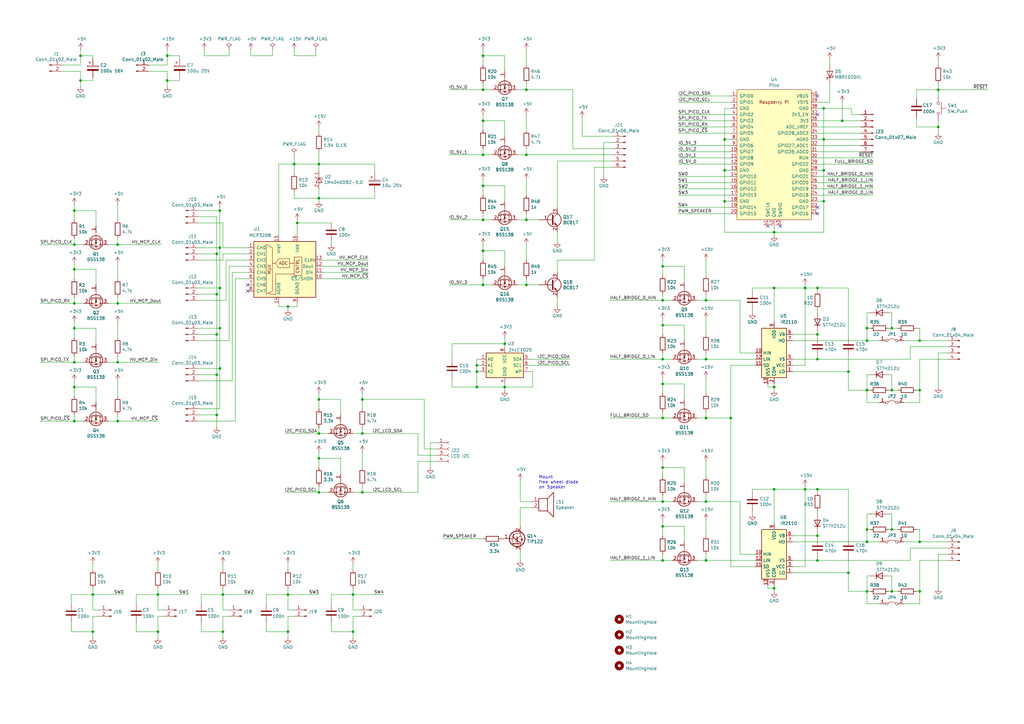
<source format=kicad_sch>
(kicad_sch (version 20230121) (generator eeschema)
  (paper "A3")
  (title_block (title "TIG Welder Pico Controler") (date "2021-04-28") (rev "1.2") (company "Christophe Clienti"))
  (junction (at 215.9 63.5))
  (junction (at 118.11 125.73))
  (junction (at 347.98 234.95))
  (junction (at 297.18 82.55))
  (junction (at 355.6 222.25))
  (junction (at 48.26 172.72))
  (junction (at 355.6 139.7))
  (junction (at 68.58 33.02))
  (junction (at 121.92 91.44))
  (junction (at 365.76 134.62))
  (junction (at 130.81 201.93))
  (junction (at 91.44 259.08))
  (junction (at 355.6 134.62))
  (junction (at 88.9 170.18))
  (junction (at 130.81 177.8))
  (junction (at 88.9 153.67))
  (junction (at 198.12 36.83))
  (junction (at 317.5 95.25))
  (junction (at 365.76 160.02))
  (junction (at 118.11 259.08))
  (junction (at 207.01 140.97))
  (junction (at 330.2 200.66))
  (junction (at 120.65 67.31))
  (junction (at 30.48 110.49))
  (junction (at 355.6 160.02))
  (junction (at 198.12 102.87))
  (junction (at 271.78 147.32))
  (junction (at 355.6 242.57))
  (junction (at 198.12 49.53))
  (junction (at 38.1 243.84))
  (junction (at 271.78 123.19))
  (junction (at 148.59 163.83))
  (junction (at 289.56 171.45))
  (junction (at 271.78 133.35))
  (junction (at 195.58 149.86))
  (junction (at 335.28 219.71))
  (junction (at 384.81 36.83))
  (junction (at 38.1 259.08))
  (junction (at 144.78 259.08))
  (junction (at 377.19 242.57))
  (junction (at 30.48 124.46))
  (junction (at 33.02 22.86))
  (junction (at 48.26 124.46))
  (junction (at 33.02 33.02))
  (junction (at 90.17 86.36))
  (junction (at 337.82 44.45))
  (junction (at 335.28 118.11))
  (junction (at 88.9 120.65))
  (junction (at 30.48 134.62))
  (junction (at 198.12 90.17))
  (junction (at 271.78 229.87))
  (junction (at 215.9 90.17))
  (junction (at 30.48 100.33))
  (junction (at 30.48 172.72))
  (junction (at 195.58 152.4))
  (junction (at 289.56 205.74))
  (junction (at 64.77 243.84))
  (junction (at 215.9 116.84))
  (junction (at 377.19 222.25))
  (junction (at 48.26 100.33))
  (junction (at 130.81 67.31))
  (junction (at 30.48 158.75))
  (junction (at 215.9 36.83))
  (junction (at 68.58 22.86))
  (junction (at 198.12 76.2))
  (junction (at 130.81 81.28))
  (junction (at 335.28 200.66))
  (junction (at 289.56 229.87))
  (junction (at 90.17 101.6))
  (junction (at 299.72 171.45))
  (junction (at 297.18 57.15))
  (junction (at 335.28 137.16))
  (junction (at 355.6 217.17))
  (junction (at 297.18 69.85))
  (junction (at 365.76 242.57))
  (junction (at 317.5 241.3))
  (junction (at 271.78 191.77))
  (junction (at 207.01 158.75))
  (junction (at 335.28 147.32))
  (junction (at 271.78 171.45))
  (junction (at 130.81 187.96))
  (junction (at 90.17 118.11))
  (junction (at 198.12 116.84))
  (junction (at 330.2 118.11))
  (junction (at 335.28 229.87))
  (junction (at 130.81 163.83))
  (junction (at 198.12 22.86))
  (junction (at 148.59 177.8))
  (junction (at 64.77 259.08))
  (junction (at 88.9 137.16))
  (junction (at 337.82 82.55))
  (junction (at 384.81 52.07))
  (junction (at 345.44 49.53))
  (junction (at 148.59 201.93))
  (junction (at 317.5 118.11))
  (junction (at 195.58 158.75))
  (junction (at 365.76 217.17))
  (junction (at 317.5 200.66))
  (junction (at 337.82 57.15))
  (junction (at 30.48 148.59))
  (junction (at 271.78 109.22))
  (junction (at 289.56 147.32))
  (junction (at 198.12 63.5))
  (junction (at 337.82 69.85))
  (junction (at 271.78 205.74))
  (junction (at 88.9 104.14))
  (junction (at 317.5 158.75))
  (junction (at 91.44 243.84))
  (junction (at 377.19 139.7))
  (junction (at 271.78 157.48))
  (junction (at 48.26 148.59))
  (junction (at 271.78 215.9))
  (junction (at 144.78 243.84))
  (junction (at 90.17 151.13))
  (junction (at 30.48 86.36))
  (junction (at 90.17 134.62))
  (junction (at 347.98 152.4))
  (junction (at 118.11 243.84))
  (junction (at 289.56 123.19))
  (junction (at 377.19 160.02))
  (no_connect (at 101.6 116.84))
  (no_connect (at 320.04 92.71))
  (no_connect (at 335.28 39.37))
  (no_connect (at 314.96 92.71))
  (no_connect (at 335.28 87.63))
  (no_connect (at 335.28 85.09))
  (no_connect (at 101.6 119.38))
  (no_connect (at 335.28 46.99))
  (wire (pts (xy 130.81 67.31) (xy 130.81 69.85)))
  (wire (pts (xy 335.28 118.11) (xy 335.28 119.38)))
  (wire (pts (xy 139.7 163.83) (xy 130.81 163.83)))
  (wire (pts (xy 308.61 200.66) (xy 317.5 200.66)))
  (wire (pts (xy 303.53 144.78) (xy 309.88 144.78)))
  (wire (pts (xy 38.1 241.3) (xy 38.1 243.84)))
  (wire (pts (xy 364.49 242.57) (xy 365.76 242.57)))
  (wire (pts (xy 299.72 67.31) (xy 278.13 67.31)))
  (wire (pts (xy 275.59 123.19) (xy 271.78 123.19)))
  (wire (pts (xy 29.21 243.84) (xy 29.21 247.65)))
  (wire (pts (xy 38.1 31.75) (xy 38.1 33.02)))
  (wire (pts (xy 91.44 104.14) (xy 101.6 104.14)))
  (wire (pts (xy 82.55 255.27) (xy 82.55 259.08)))
  (wire (pts (xy 176.53 181.61) (xy 179.07 181.61)))
  (wire (pts (xy 38.1 24.13) (xy 38.1 22.86)))
  (wire (pts (xy 132.08 114.3) (xy 151.13 114.3)))
  (wire (pts (xy 120.65 250.19) (xy 118.11 250.19)))
  (wire (pts (xy 243.84 106.68) (xy 243.84 68.58)))
  (wire (pts (xy 271.78 147.32) (xy 271.78 144.78)))
  (wire (pts (xy 365.76 128.27) (xy 365.76 134.62)))
  (wire (pts (xy 317.5 118.11) (xy 330.2 118.11)))
  (wire (pts (xy 48.26 100.33) (xy 48.26 97.79)))
  (wire (pts (xy 184.15 63.5) (xy 198.12 63.5)))
  (wire (pts (xy 299.72 82.55) (xy 297.18 82.55)))
  (wire (pts (xy 353.06 62.23) (xy 335.28 62.23)))
  (wire (pts (xy 337.82 95.25) (xy 317.5 95.25)))
  (wire (pts (xy 30.48 172.72) (xy 30.48 170.18)))
  (wire (pts (xy 280.67 222.25) (xy 280.67 215.9)))
  (wire (pts (xy 218.44 158.75) (xy 218.44 152.4)))
  (wire (pts (xy 314.96 157.48) (xy 314.96 158.75)))
  (wire (pts (xy 317.5 96.52) (xy 317.5 95.25)))
  (wire (pts (xy 44.45 124.46) (xy 48.26 124.46)))
  (wire (pts (xy 118.11 127) (xy 118.11 125.73)))
  (wire (pts (xy 135.89 243.84) (xy 144.78 243.84)))
  (wire (pts (xy 184.15 116.84) (xy 198.12 116.84)))
  (wire (pts (xy 130.81 177.8) (xy 130.81 175.26)))
  (wire (pts (xy 289.56 213.36) (xy 289.56 219.71)))
  (wire (pts (xy 198.12 63.5) (xy 198.12 60.96)))
  (wire (pts (xy 335.28 52.07) (xy 353.06 52.07)))
  (wire (pts (xy 299.72 72.39) (xy 278.13 72.39)))
  (wire (pts (xy 375.92 160.02) (xy 377.19 160.02)))
  (wire (pts (xy 134.62 201.93) (xy 130.81 201.93)))
  (wire (pts (xy 337.82 57.15) (xy 337.82 44.45)))
  (wire (pts (xy 48.26 148.59) (xy 48.26 146.05)))
  (wire (pts (xy 118.11 231.14) (xy 118.11 233.68)))
  (wire (pts (xy 73.66 22.86) (xy 68.58 22.86)))
  (wire (pts (xy 384.81 144.78) (xy 388.62 144.78)))
  (wire (pts (xy 120.65 67.31) (xy 114.3 67.31)))
  (wire (pts (xy 275.59 229.87) (xy 271.78 229.87)))
  (wire (pts (xy 130.81 163.83) (xy 130.81 167.64)))
  (wire (pts (xy 275.59 147.32) (xy 271.78 147.32)))
  (wire (pts (xy 218.44 152.4) (xy 217.17 152.4)))
  (wire (pts (xy 81.28 106.68) (xy 91.44 106.68)))
  (wire (pts (xy 48.26 156.21) (xy 48.26 162.56)))
  (wire (pts (xy 91.44 106.68) (xy 91.44 104.14)))
  (wire (pts (xy 317.5 241.3) (xy 317.5 240.03)))
  (wire (pts (xy 375.92 36.83) (xy 375.92 40.64)))
  (wire (pts (xy 280.67 109.22) (xy 271.78 109.22)))
  (wire (pts (xy 275.59 171.45) (xy 271.78 171.45)))
  (wire (pts (xy 347.98 234.95) (xy 325.12 234.95)))
  (wire (pts (xy 139.7 170.18) (xy 139.7 163.83)))
  (wire (pts (xy 48.26 107.95) (xy 48.26 114.3)))
  (wire (pts (xy 130.81 187.96) (xy 130.81 191.77)))
  (wire (pts (xy 345.44 41.91) (xy 345.44 49.53)))
  (wire (pts (xy 25.4 29.21) (xy 33.02 29.21)))
  (wire (pts (xy 120.65 67.31) (xy 130.81 67.31)))
  (wire (pts (xy 271.78 171.45) (xy 271.78 168.91)))
  (wire (pts (xy 299.72 41.91) (xy 278.13 41.91)))
  (wire (pts (xy 120.65 63.5) (xy 120.65 67.31)))
  (wire (pts (xy 90.17 151.13) (xy 81.28 151.13)))
  (wire (pts (xy 280.67 198.12) (xy 280.67 191.77)))
  (wire (pts (xy 144.78 259.08) (xy 135.89 259.08)))
  (wire (pts (xy 195.58 152.4) (xy 195.58 158.75)))
  (wire (pts (xy 44.45 100.33) (xy 48.26 100.33)))
  (wire (pts (xy 118.11 125.73) (xy 121.92 125.73)))
  (wire (pts (xy 114.3 125.73) (xy 118.11 125.73)))
  (wire (pts (xy 132.08 111.76) (xy 151.13 111.76)))
  (wire (pts (xy 55.88 255.27) (xy 55.88 259.08)))
  (wire (pts (xy 271.78 213.36) (xy 271.78 215.9)))
  (wire (pts (xy 365.76 160.02) (xy 368.3 160.02)))
  (wire (pts (xy 120.65 81.28) (xy 130.81 81.28)))
  (wire (pts (xy 335.28 64.77) (xy 358.14 64.77)))
  (wire (pts (xy 271.78 205.74) (xy 271.78 203.2)))
  (wire (pts (xy 355.6 236.22) (xy 355.6 242.57)))
  (wire (pts (xy 325.12 229.87) (xy 335.28 229.87)))
  (wire (pts (xy 30.48 156.21) (xy 30.48 158.75)))
  (wire (pts (xy 102.87 22.86) (xy 102.87 20.32)))
  (wire (pts (xy 271.78 133.35) (xy 271.78 137.16)))
  (wire (pts (xy 109.22 243.84) (xy 109.22 247.65)))
  (wire (pts (xy 228.6 106.68) (xy 228.6 111.76)))
  (wire (pts (xy 91.44 243.84) (xy 91.44 250.19)))
  (wire (pts (xy 64.77 243.84) (xy 64.77 250.19)))
  (wire (pts (xy 212.09 90.17) (xy 215.9 90.17)))
  (wire (pts (xy 297.18 57.15) (xy 297.18 44.45)))
  (wire (pts (xy 132.08 106.68) (xy 151.13 106.68)))
  (wire (pts (xy 207.01 55.88) (xy 207.01 49.53)))
  (wire (pts (xy 228.6 66.04) (xy 228.6 85.09)))
  (wire (pts (xy 134.62 177.8) (xy 130.81 177.8)))
  (wire (pts (xy 30.48 124.46) (xy 30.48 121.92)))
  (wire (pts (xy 83.82 20.32) (xy 83.82 22.86)))
  (wire (pts (xy 198.12 220.98) (xy 181.61 220.98)))
  (wire (pts (xy 33.02 20.32) (xy 33.02 22.86)))
  (wire (pts (xy 34.29 148.59) (xy 30.48 148.59)))
  (wire (pts (xy 373.38 229.87) (xy 373.38 224.79)))
  (wire (pts (xy 299.72 39.37) (xy 278.13 39.37)))
  (wire (pts (xy 384.81 52.07) (xy 375.92 52.07)))
  (wire (pts (xy 91.44 91.44) (xy 91.44 101.6)))
  (wire (pts (xy 88.9 137.16) (xy 88.9 120.65)))
  (wire (pts (xy 198.12 100.33) (xy 198.12 102.87)))
  (wire (pts (xy 317.5 118.11) (xy 317.5 132.08)))
  (wire (pts (xy 212.09 63.5) (xy 215.9 63.5)))
  (wire (pts (xy 335.28 137.16) (xy 335.28 138.43)))
  (wire (pts (xy 185.42 158.75) (xy 195.58 158.75)))
  (wire (pts (xy 297.18 69.85) (xy 297.18 57.15)))
  (wire (pts (xy 251.46 55.88) (xy 238.76 55.88)))
  (wire (pts (xy 48.26 172.72) (xy 64.77 172.72)))
  (wire (pts (xy 30.48 100.33) (xy 30.48 97.79)))
  (wire (pts (xy 308.61 118.11) (xy 317.5 118.11)))
  (wire (pts (xy 384.81 227.33) (xy 388.62 227.33)))
  (wire (pts (xy 147.32 252.73) (xy 144.78 252.73)))
  (wire (pts (xy 30.48 86.36) (xy 30.48 90.17)))
  (wire (pts (xy 64.77 243.84) (xy 77.47 243.84)))
  (wire (pts (xy 384.81 36.83) (xy 405.13 36.83)))
  (wire (pts (xy 185.42 140.97) (xy 207.01 140.97)))
  (wire (pts (xy 207.01 76.2) (xy 198.12 76.2)))
  (wire (pts (xy 81.28 91.44) (xy 91.44 91.44)))
  (wire (pts (xy 250.19 123.19) (xy 271.78 123.19)))
  (wire (pts (xy 330.2 118.11) (xy 335.28 118.11)))
  (wire (pts (xy 81.28 118.11) (xy 90.17 118.11)))
  (wire (pts (xy 299.72 149.86) (xy 309.88 149.86)))
  (wire (pts (xy 243.84 68.58) (xy 251.46 68.58)))
  (wire (pts (xy 349.25 46.99) (xy 353.06 46.99)))
  (wire (pts (xy 38.1 259.08) (xy 29.21 259.08)))
  (wire (pts (xy 39.37 116.84) (xy 39.37 110.49)))
  (wire (pts (xy 289.56 189.23) (xy 289.56 195.58)))
  (wire (pts (xy 129.54 22.86) (xy 129.54 20.32)))
  (wire (pts (xy 130.81 201.93) (xy 130.81 199.39)))
  (wire (pts (xy 330.2 200.66) (xy 335.28 200.66)))
  (wire (pts (xy 88.9 120.65) (xy 88.9 104.14)))
  (wire (pts (xy 148.59 201.93) (xy 171.45 201.93)))
  (wire (pts (xy 213.36 229.87) (xy 213.36 226.06)))
  (wire (pts (xy 118.11 241.3) (xy 118.11 243.84)))
  (wire (pts (xy 360.68 165.1) (xy 355.6 165.1)))
  (wire (pts (xy 250.19 205.74) (xy 271.78 205.74)))
  (wire (pts (xy 335.28 229.87) (xy 373.38 229.87)))
  (wire (pts (xy 345.44 49.53) (xy 353.06 49.53)))
  (wire (pts (xy 234.95 36.83) (xy 234.95 60.96)))
  (wire (pts (xy 118.11 243.84) (xy 130.81 243.84)))
  (wire (pts (xy 90.17 134.62) (xy 90.17 151.13)))
  (wire (pts (xy 91.44 101.6) (xy 101.6 101.6)))
  (wire (pts (xy 289.56 130.81) (xy 289.56 137.16)))
  (wire (pts (xy 29.21 243.84) (xy 38.1 243.84)))
  (wire (pts (xy 355.6 139.7) (xy 355.6 134.62)))
  (wire (pts (xy 25.4 26.67) (xy 33.02 26.67)))
  (wire (pts (xy 377.19 147.32) (xy 388.62 147.32)))
  (wire (pts (xy 90.17 86.36) (xy 90.17 101.6)))
  (wire (pts (xy 384.81 158.75) (xy 384.81 144.78)))
  (wire (pts (xy 130.81 52.07) (xy 130.81 54.61)))
  (wire (pts (xy 64.77 241.3) (xy 64.77 243.84)))
  (wire (pts (xy 355.6 222.25) (xy 355.6 217.17)))
  (wire (pts (xy 73.66 33.02) (xy 68.58 33.02)))
  (wire (pts (xy 81.28 86.36) (xy 90.17 86.36)))
  (wire (pts (xy 16.51 100.33) (xy 30.48 100.33)))
  (wire (pts (xy 93.98 252.73) (xy 91.44 252.73)))
  (wire (pts (xy 375.92 242.57) (xy 377.19 242.57)))
  (wire (pts (xy 171.45 189.23) (xy 179.07 189.23)))
  (wire (pts (xy 55.88 243.84) (xy 64.77 243.84)))
  (wire (pts (xy 289.56 123.19) (xy 303.53 123.19)))
  (wire (pts (xy 198.12 116.84) (xy 198.12 114.3)))
  (wire (pts (xy 196.85 147.32) (xy 195.58 147.32)))
  (wire (pts (xy 121.92 91.44) (xy 121.92 96.52)))
  (wire (pts (xy 109.22 255.27) (xy 109.22 259.08)))
  (wire (pts (xy 68.58 22.86) (xy 68.58 26.67)))
  (wire (pts (xy 314.96 241.3) (xy 317.5 241.3)))
  (wire (pts (xy 335.28 82.55) (xy 337.82 82.55)))
  (wire (pts (xy 40.64 250.19) (xy 38.1 250.19)))
  (wire (pts (xy 337.82 82.55) (xy 337.82 69.85)))
  (wire (pts (xy 38.1 33.02) (xy 33.02 33.02)))
  (wire (pts (xy 139.7 187.96) (xy 130.81 187.96)))
  (wire (pts (xy 377.19 160.02) (xy 377.19 165.1)))
  (wire (pts (xy 317.5 160.02) (xy 317.5 158.75)))
  (wire (pts (xy 364.49 153.67) (xy 365.76 153.67)))
  (wire (pts (xy 289.56 147.32) (xy 289.56 144.78)))
  (wire (pts (xy 303.53 123.19) (xy 303.53 144.78)))
  (wire (pts (xy 375.92 48.26) (xy 375.92 52.07)))
  (wire (pts (xy 215.9 20.32) (xy 215.9 26.67)))
  (wire (pts (xy 217.17 147.32) (xy 233.68 147.32)))
  (wire (pts (xy 118.11 261.62) (xy 118.11 259.08)))
  (wire (pts (xy 148.59 185.42) (xy 148.59 191.77)))
  (wire (pts (xy 64.77 259.08) (xy 55.88 259.08)))
  (wire (pts (xy 377.19 139.7) (xy 388.62 139.7)))
  (wire (pts (xy 289.56 123.19) (xy 289.56 120.65)))
  (wire (pts (xy 271.78 191.77) (xy 271.78 195.58)))
  (wire (pts (xy 337.82 57.15) (xy 353.06 57.15)))
  (wire (pts (xy 377.19 134.62) (xy 377.19 139.7)))
  (wire (pts (xy 130.81 67.31) (xy 153.67 67.31)))
  (wire (pts (xy 299.72 57.15) (xy 297.18 57.15)))
  (wire (pts (xy 297.18 82.55) (xy 297.18 69.85)))
  (wire (pts (xy 60.96 26.67) (xy 68.58 26.67)))
  (wire (pts (xy 335.28 147.32) (xy 335.28 146.05)))
  (wire (pts (xy 40.64 252.73) (xy 38.1 252.73)))
  (wire (pts (xy 299.72 74.93) (xy 278.13 74.93)))
  (wire (pts (xy 335.28 118.11) (xy 347.98 118.11)))
  (wire (pts (xy 198.12 73.66) (xy 198.12 76.2)))
  (wire (pts (xy 299.72 85.09) (xy 278.13 85.09)))
  (wire (pts (xy 88.9 153.67) (xy 88.9 137.16)))
  (wire (pts (xy 198.12 76.2) (xy 198.12 80.01)))
  (wire (pts (xy 384.81 36.83) (xy 384.81 39.37)))
  (wire (pts (xy 280.67 163.83) (xy 280.67 157.48)))
  (wire (pts (xy 184.15 36.83) (xy 198.12 36.83)))
  (wire (pts (xy 234.95 60.96) (xy 251.46 60.96)))
  (wire (pts (xy 215.9 63.5) (xy 215.9 60.96)))
  (wire (pts (xy 118.11 243.84) (xy 118.11 250.19)))
  (wire (pts (xy 228.6 66.04) (xy 251.46 66.04)))
  (wire (pts (xy 96.52 114.3) (xy 101.6 114.3)))
  (wire (pts (xy 228.6 95.25) (xy 228.6 99.06)))
  (wire (pts (xy 39.37 92.71) (xy 39.37 86.36)))
  (wire (pts (xy 207.01 109.22) (xy 207.01 102.87)))
  (wire (pts (xy 335.28 74.93) (xy 358.14 74.93)))
  (wire (pts (xy 213.36 196.85) (xy 213.36 205.74)))
  (wire (pts (xy 285.75 229.87) (xy 289.56 229.87)))
  (wire (pts (xy 173.99 163.83) (xy 173.99 184.15)))
  (wire (pts (xy 335.28 80.01) (xy 358.14 80.01)))
  (wire (pts (xy 271.78 154.94) (xy 271.78 157.48)))
  (wire (pts (xy 347.98 146.05) (xy 347.98 152.4)))
  (wire (pts (xy 325.12 137.16) (xy 335.28 137.16)))
  (wire (pts (xy 171.45 186.69) (xy 179.07 186.69)))
  (wire (pts (xy 148.59 163.83) (xy 173.99 163.83)))
  (wire (pts (xy 364.49 236.22) (xy 365.76 236.22)))
  (wire (pts (xy 91.44 259.08) (xy 82.55 259.08)))
  (wire (pts (xy 364.49 210.82) (xy 365.76 210.82)))
  (wire (pts (xy 364.49 128.27) (xy 365.76 128.27)))
  (wire (pts (xy 81.28 120.65) (xy 88.9 120.65)))
  (wire (pts (xy 195.58 152.4) (xy 196.85 152.4)))
  (wire (pts (xy 120.65 71.12) (xy 120.65 67.31)))
  (wire (pts (xy 299.72 64.77) (xy 278.13 64.77)))
  (wire (pts (xy 33.02 29.21) (xy 33.02 33.02)))
  (wire (pts (xy 135.89 243.84) (xy 135.89 247.65)))
  (wire (pts (xy 271.78 215.9) (xy 271.78 219.71)))
  (wire (pts (xy 364.49 134.62) (xy 365.76 134.62)))
  (wire (pts (xy 130.81 161.29) (xy 130.81 163.83)))
  (wire (pts (xy 48.26 83.82) (xy 48.26 90.17)))
  (wire (pts (xy 135.89 255.27) (xy 135.89 259.08)))
  (wire (pts (xy 335.28 72.39) (xy 358.14 72.39)))
  (wire (pts (xy 347.98 242.57) (xy 355.6 242.57)))
  (wire (pts (xy 185.42 147.32) (xy 185.42 140.97)))
  (wire (pts (xy 213.36 208.28) (xy 218.44 208.28)))
  (wire (pts (xy 120.65 252.73) (xy 118.11 252.73)))
  (wire (pts (xy 325.12 222.25) (xy 355.6 222.25)))
  (wire (pts (xy 135.89 100.33) (xy 135.89 99.06)))
  (wire (pts (xy 144.78 177.8) (xy 148.59 177.8)))
  (wire (pts (xy 207.01 29.21) (xy 207.01 22.86)))
  (wire (pts (xy 201.93 116.84) (xy 198.12 116.84)))
  (wire (pts (xy 201.93 90.17) (xy 198.12 90.17)))
  (wire (pts (xy 215.9 73.66) (xy 215.9 80.01)))
  (wire (pts (xy 38.1 261.62) (xy 38.1 259.08)))
  (wire (pts (xy 217.17 149.86) (xy 233.68 149.86)))
  (wire (pts (xy 30.48 158.75) (xy 30.48 162.56)))
  (wire (pts (xy 377.19 229.87) (xy 388.62 229.87)))
  (wire (pts (xy 198.12 90.17) (xy 198.12 87.63)))
  (wire (pts (xy 370.84 247.65) (xy 377.19 247.65)))
  (wire (pts (xy 340.36 41.91) (xy 335.28 41.91)))
  (wire (pts (xy 95.25 156.21) (xy 95.25 111.76)))
  (wire (pts (xy 93.98 139.7) (xy 81.28 139.7)))
  (wire (pts (xy 347.98 152.4) (xy 325.12 152.4)))
  (wire (pts (xy 285.75 123.19) (xy 289.56 123.19)))
  (wire (pts (xy 64.77 252.73) (xy 64.77 259.08)))
  (wire (pts (xy 39.37 134.62) (xy 30.48 134.62)))
  (wire (pts (xy 285.75 147.32) (xy 289.56 147.32)))
  (wire (pts (xy 271.78 123.19) (xy 271.78 120.65)))
  (wire (pts (xy 335.28 218.44) (xy 335.28 219.71)))
  (wire (pts (xy 370.84 165.1) (xy 377.19 165.1)))
  (wire (pts (xy 347.98 200.66) (xy 347.98 220.98)))
  (wire (pts (xy 92.71 106.68) (xy 101.6 106.68)))
  (wire (pts (xy 81.28 137.16) (xy 88.9 137.16)))
  (wire (pts (xy 355.6 242.57) (xy 356.87 242.57)))
  (wire (pts (xy 271.78 130.81) (xy 271.78 133.35)))
  (wire (pts (xy 73.66 31.75) (xy 73.66 33.02)))
  (wire (pts (xy 384.81 54.61) (xy 384.81 52.07)))
  (wire (pts (xy 275.59 205.74) (xy 271.78 205.74)))
  (wire (pts (xy 347.98 160.02) (xy 355.6 160.02)))
  (wire (pts (xy 335.28 147.32) (xy 373.38 147.32)))
  (wire (pts (xy 130.81 81.28) (xy 130.81 77.47)))
  (wire (pts (xy 64.77 261.62) (xy 64.77 259.08)))
  (wire (pts (xy 285.75 171.45) (xy 289.56 171.45)))
  (wire (pts (xy 68.58 29.21) (xy 68.58 33.02)))
  (wire (pts (xy 330.2 118.11) (xy 330.2 149.86)))
  (wire (pts (xy 370.84 222.25) (xy 377.19 222.25)))
  (wire (pts (xy 289.56 229.87) (xy 289.56 227.33)))
  (wire (pts (xy 90.17 118.11) (xy 90.17 134.62)))
  (wire (pts (xy 30.48 148.59) (xy 30.48 146.05)))
  (wire (pts (xy 299.72 59.69) (xy 278.13 59.69)))
  (wire (pts (xy 289.56 229.87) (xy 309.88 229.87)))
  (wire (pts (xy 360.68 139.7) (xy 355.6 139.7)))
  (wire (pts (xy 337.82 95.25) (xy 337.82 82.55)))
  (wire (pts (xy 30.48 110.49) (xy 30.48 114.3)))
  (wire (pts (xy 303.53 205.74) (xy 303.53 227.33)))
  (wire (pts (xy 289.56 171.45) (xy 299.72 171.45)))
  (wire (pts (xy 195.58 149.86) (xy 195.58 152.4)))
  (wire (pts (xy 364.49 217.17) (xy 365.76 217.17)))
  (wire (pts (xy 317.5 95.25) (xy 317.5 92.71)))
  (wire (pts (xy 299.72 87.63) (xy 278.13 87.63)))
  (wire (pts (xy 215.9 90.17) (xy 215.9 87.63)))
  (wire (pts (xy 91.44 252.73) (xy 91.44 259.08)))
  (wire (pts (xy 356.87 210.82) (xy 355.6 210.82)))
  (wire (pts (xy 30.48 83.82) (xy 30.48 86.36)))
  (wire (pts (xy 139.7 194.31) (xy 139.7 187.96)))
  (wire (pts (xy 215.9 36.83) (xy 234.95 36.83)))
  (wire (pts (xy 289.56 154.94) (xy 289.56 161.29)))
  (wire (pts (xy 29.21 255.27) (xy 29.21 259.08)))
  (wire (pts (xy 96.52 172.72) (xy 96.52 114.3)))
  (wire (pts (xy 116.84 201.93) (xy 130.81 201.93)))
  (wire (pts (xy 38.1 22.86) (xy 33.02 22.86)))
  (wire (pts (xy 375.92 36.83) (xy 384.81 36.83)))
  (wire (pts (xy 39.37 165.1) (xy 39.37 158.75)))
  (wire (pts (xy 118.11 252.73) (xy 118.11 259.08)))
  (wire (pts (xy 101.6 109.22) (xy 93.98 109.22)))
  (wire (pts (xy 271.78 229.87) (xy 271.78 227.33)))
  (wire (pts (xy 335.28 200.66) (xy 335.28 201.93)))
  (wire (pts (xy 207.01 49.53) (xy 198.12 49.53)))
  (wire (pts (xy 130.81 185.42) (xy 130.81 187.96)))
  (wire (pts (xy 120.65 22.86) (xy 129.54 22.86)))
  (wire (pts (xy 317.5 200.66) (xy 330.2 200.66)))
  (wire (pts (xy 67.31 250.19) (xy 64.77 250.19)))
  (wire (pts (xy 355.6 247.65) (xy 355.6 242.57)))
  (wire (pts (xy 340.36 34.29) (xy 340.36 41.91)))
  (wire (pts (xy 30.48 134.62) (xy 30.48 138.43)))
  (wire (pts (xy 81.28 153.67) (xy 88.9 153.67)))
  (wire (pts (xy 148.59 163.83) (xy 148.59 167.64)))
  (wire (pts (xy 68.58 22.86) (xy 68.58 20.32)))
  (wire (pts (xy 325.12 139.7) (xy 355.6 139.7)))
  (wire (pts (xy 39.37 86.36) (xy 30.48 86.36)))
  (wire (pts (xy 201.93 36.83) (xy 198.12 36.83)))
  (wire (pts (xy 365.76 217.17) (xy 368.3 217.17)))
  (wire (pts (xy 73.66 24.13) (xy 73.66 22.86)))
  (wire (pts (xy 121.92 91.44) (xy 135.89 91.44)))
  (wire (pts (xy 144.78 241.3) (xy 144.78 243.84)))
  (wire (pts (xy 207.01 158.75) (xy 195.58 158.75)))
  (wire (pts (xy 289.56 106.68) (xy 289.56 113.03)))
  (wire (pts (xy 355.6 165.1) (xy 355.6 160.02)))
  (wire (pts (xy 364.49 160.02) (xy 365.76 160.02)))
  (wire (pts (xy 44.45 148.59) (xy 48.26 148.59)))
  (wire (pts (xy 337.82 69.85) (xy 337.82 57.15)))
  (wire (pts (xy 297.18 95.25) (xy 297.18 82.55)))
  (wire (pts (xy 148.59 161.29) (xy 148.59 163.83)))
  (wire (pts (xy 271.78 109.22) (xy 271.78 113.03)))
  (wire (pts (xy 90.17 101.6) (xy 90.17 118.11)))
  (wire (pts (xy 34.29 100.33) (xy 30.48 100.33)))
  (wire (pts (xy 16.51 124.46) (xy 30.48 124.46)))
  (wire (pts (xy 93.98 109.22) (xy 93.98 139.7)))
  (wire (pts (xy 308.61 128.27) (xy 308.61 127)))
  (wire (pts (xy 120.65 20.32) (xy 120.65 22.86)))
  (wire (pts (xy 48.26 100.33) (xy 66.04 100.33)))
  (wire (pts (xy 109.22 243.84) (xy 118.11 243.84)))
  (wire (pts (xy 88.9 88.9) (xy 81.28 88.9)))
  (wire (pts (xy 218.44 158.75) (xy 207.01 158.75)))
  (wire (pts (xy 16.51 148.59) (xy 30.48 148.59)))
  (wire (pts (xy 355.6 160.02) (xy 356.87 160.02)))
  (wire (pts (xy 347.98 152.4) (xy 347.98 160.02)))
  (wire (pts (xy 64.77 231.14) (xy 64.77 233.68)))
  (wire (pts (xy 91.44 243.84) (xy 104.14 243.84)))
  (wire (pts (xy 365.76 153.67) (xy 365.76 160.02)))
  (wire (pts (xy 375.92 217.17) (xy 377.19 217.17)))
  (wire (pts (xy 144.78 243.84) (xy 157.48 243.84)))
  (wire (pts (xy 212.09 36.83) (xy 215.9 36.83)))
  (wire (pts (xy 325.12 219.71) (xy 335.28 219.71)))
  (wire (pts (xy 373.38 142.24) (xy 388.62 142.24)))
  (wire (pts (xy 171.45 177.8) (xy 171.45 186.69)))
  (wire (pts (xy 317.5 158.75) (xy 317.5 157.48)))
  (wire (pts (xy 280.67 115.57) (xy 280.67 109.22)))
  (wire (pts (xy 55.88 243.84) (xy 55.88 247.65)))
  (wire (pts (xy 335.28 229.87) (xy 335.28 228.6)))
  (wire (pts (xy 176.53 191.77) (xy 176.53 181.61)))
  (wire (pts (xy 335.28 57.15) (xy 337.82 57.15)))
  (wire (pts (xy 207.01 138.43) (xy 207.01 140.97)))
  (wire (pts (xy 153.67 81.28) (xy 130.81 81.28)))
  (wire (pts (xy 38.1 231.14) (xy 38.1 233.68)))
  (wire (pts (xy 384.81 24.13) (xy 384.81 26.67)))
  (wire (pts (xy 93.98 250.19) (xy 91.44 250.19)))
  (wire (pts (xy 92.71 123.19) (xy 92.71 106.68)))
  (wire (pts (xy 365.76 134.62) (xy 368.3 134.62)))
  (wire (pts (xy 365.76 242.57) (xy 368.3 242.57)))
  (wire (pts (xy 375.92 134.62) (xy 377.19 134.62)))
  (wire (pts (xy 228.6 121.92) (xy 228.6 125.73)))
  (wire (pts (xy 314.96 158.75) (xy 317.5 158.75)))
  (wire (pts (xy 335.28 69.85) (xy 337.82 69.85)))
  (wire (pts (xy 81.28 101.6) (xy 90.17 101.6)))
  (wire (pts (xy 347.98 118.11) (xy 347.98 138.43)))
  (wire (pts (xy 68.58 33.02) (xy 68.58 35.56)))
  (wire (pts (xy 144.78 243.84) (xy 144.78 250.19)))
  (wire (pts (xy 48.26 172.72) (xy 48.26 170.18)))
  (wire (pts (xy 335.28 127) (xy 335.28 128.27)))
  (wire (pts (xy 289.56 205.74) (xy 289.56 203.2)))
  (wire (pts (xy 207.01 160.02) (xy 207.01 158.75)))
  (wire (pts (xy 299.72 232.41) (xy 309.88 232.41)))
  (wire (pts (xy 299.72 69.85) (xy 297.18 69.85)))
  (wire (pts (xy 314.96 240.03) (xy 314.96 241.3)))
  (wire (pts (xy 88.9 175.26) (xy 88.9 170.18)))
  (wire (pts (xy 39.37 110.49) (xy 30.48 110.49)))
  (wire (pts (xy 335.28 209.55) (xy 335.28 210.82)))
  (wire (pts (xy 93.98 22.86) (xy 93.98 20.32)))
  (wire (pts (xy 299.72 46.99) (xy 278.13 46.99)))
  (wire (pts (xy 198.12 20.32) (xy 198.12 22.86)))
  (wire (pts (xy 335.28 77.47) (xy 358.14 77.47)))
  (wire (pts (xy 34.29 124.46) (xy 30.48 124.46)))
  (wire (pts (xy 299.72 52.07) (xy 278.13 52.07)))
  (wire (pts (xy 215.9 116.84) (xy 220.98 116.84)))
  (wire (pts (xy 148.59 177.8) (xy 148.59 175.26)))
  (wire (pts (xy 82.55 243.84) (xy 91.44 243.84)))
  (wire (pts (xy 299.72 49.53) (xy 278.13 49.53)))
  (wire (pts (xy 384.81 49.53) (xy 384.81 52.07)))
  (wire (pts (xy 299.72 171.45) (xy 299.72 149.86)))
  (wire (pts (xy 215.9 90.17) (xy 220.98 90.17)))
  (wire (pts (xy 303.53 227.33) (xy 309.88 227.33)))
  (wire (pts (xy 377.19 217.17) (xy 377.19 222.25)))
  (wire (pts (xy 335.28 135.89) (xy 335.28 137.16)))
  (wire (pts (xy 215.9 100.33) (xy 215.9 106.68)))
  (wire (pts (xy 90.17 151.13) (xy 90.17 167.64)))
  (wire (pts (xy 64.77 148.59) (xy 48.26 148.59)))
  (wire (pts (xy 207.01 140.97) (xy 207.01 142.24)))
  (wire (pts (xy 335.28 200.66) (xy 347.98 200.66)))
  (wire (pts (xy 335.28 59.69) (xy 353.06 59.69)))
  (wire (pts (xy 330.2 199.39) (xy 330.2 200.66)))
  (wire (pts (xy 215.9 36.83) (xy 215.9 34.29)))
  (wire (pts (xy 198.12 46.99) (xy 198.12 49.53)))
  (wire (pts (xy 147.32 250.19) (xy 144.78 250.19)))
  (wire (pts (xy 144.78 201.93) (xy 148.59 201.93)))
  (wire (pts (xy 377.19 242.57) (xy 377.19 247.65)))
  (wire (pts (xy 118.11 259.08) (xy 109.22 259.08)))
  (wire (pts (xy 111.76 22.86) (xy 102.87 22.86)))
  (wire (pts (xy 271.78 161.29) (xy 271.78 157.48)))
  (wire (pts (xy 185.42 154.94) (xy 185.42 158.75)))
  (wire (pts (xy 325.12 149.86) (xy 330.2 149.86)))
  (wire (pts (xy 116.84 177.8) (xy 130.81 177.8)))
  (wire (pts (xy 280.67 133.35) (xy 271.78 133.35)))
  (wire (pts (xy 144.78 231.14) (xy 144.78 233.68)))
  (wire (pts (xy 114.3 96.52) (xy 114.3 67.31)))
  (wire (pts (xy 184.15 90.17) (xy 198.12 90.17)))
  (wire (pts (xy 356.87 153.67) (xy 355.6 153.67)))
  (wire (pts (xy 250.19 171.45) (xy 271.78 171.45)))
  (wire (pts (xy 250.19 229.87) (xy 271.78 229.87)))
  (wire (pts (xy 330.2 116.84) (xy 330.2 118.11)))
  (wire (pts (xy 44.45 172.72) (xy 48.26 172.72)))
  (wire (pts (xy 88.9 104.14) (xy 88.9 88.9)))
  (wire (pts (xy 144.78 261.62) (xy 144.78 259.08)))
  (wire (pts (xy 365.76 210.82) (xy 365.76 217.17)))
  (wire (pts (xy 243.84 106.68) (xy 228.6 106.68)))
  (wire (pts (xy 280.67 139.7) (xy 280.67 133.35)))
  (wire (pts (xy 355.6 217.17) (xy 356.87 217.17)))
  (wire (pts (xy 171.45 201.93) (xy 171.45 189.23)))
  (wire (pts (xy 215.9 63.5) (xy 251.46 63.5)))
  (wire (pts (xy 90.17 167.64) (xy 81.28 167.64)))
  (wire (pts (xy 360.68 247.65) (xy 355.6 247.65)))
  (wire (pts (xy 347.98 228.6) (xy 347.98 234.95)))
  (wire (pts (xy 195.58 147.32) (xy 195.58 149.86)))
  (wire (pts (xy 355.6 210.82) (xy 355.6 217.17)))
  (wire (pts (xy 130.81 62.23) (xy 130.81 67.31)))
  (wire (pts (xy 355.6 153.67) (xy 355.6 160.02)))
  (wire (pts (xy 349.25 44.45) (xy 349.25 46.99)))
  (wire (pts (xy 377.19 160.02) (xy 377.19 147.32)))
  (wire (pts (xy 81.28 156.21) (xy 95.25 156.21)))
  (wire (pts (xy 373.38 147.32) (xy 373.38 142.24)))
  (wire (pts (xy 335.28 44.45) (xy 337.82 44.45)))
  (wire (pts (xy 148.59 177.8) (xy 171.45 177.8)))
  (wire (pts (xy 38.1 243.84) (xy 50.8 243.84)))
  (wire (pts (xy 335.28 219.71) (xy 335.28 220.98)))
  (wire (pts (xy 30.48 107.95) (xy 30.48 110.49)))
  (wire (pts (xy 39.37 140.97) (xy 39.37 134.62)))
  (wire (pts (xy 67.31 252.73) (xy 64.77 252.73)))
  (wire (pts (xy 16.51 172.72) (xy 30.48 172.72)))
  (wire (pts (xy 335.28 54.61) (xy 353.06 54.61)))
  (wire (pts (xy 250.19 147.32) (xy 271.78 147.32)))
  (wire (pts (xy 280.67 191.77) (xy 271.78 191.77)))
  (wire (pts (xy 335.28 67.31) (xy 358.14 67.31)))
  (wire (pts (xy 299.72 80.01) (xy 278.13 80.01)))
  (wire (pts (xy 88.9 170.18) (xy 81.28 170.18)))
  (wire (pts (xy 198.12 102.87) (xy 198.12 106.68)))
  (wire (pts (xy 271.78 106.68) (xy 271.78 109.22)))
  (wire (pts (xy 215.9 116.84) (xy 215.9 114.3)))
  (wire (pts (xy 81.28 123.19) (xy 92.71 123.19)))
  (wire (pts (xy 215.9 46.99) (xy 215.9 53.34)))
  (wire (pts (xy 213.36 208.28) (xy 213.36 215.9)))
  (wire (pts (xy 207.01 22.86) (xy 198.12 22.86)))
  (wire (pts (xy 198.12 49.53) (xy 198.12 53.34)))
  (wire (pts (xy 247.65 58.42) (xy 247.65 72.39)))
  (wire (pts (xy 60.96 29.21) (xy 68.58 29.21)))
  (wire (pts (xy 91.44 261.62) (xy 91.44 259.08)))
  (wire (pts (xy 289.56 171.45) (xy 289.56 168.91)))
  (wire (pts (xy 81.28 104.14) (xy 88.9 104.14)))
  (wire (pts (xy 347.98 234.95) (xy 347.98 242.57)))
  (wire (pts (xy 308.61 210.82) (xy 308.61 209.55)))
  (wire (pts (xy 132.08 109.22) (xy 151.13 109.22)))
  (wire (pts (xy 48.26 124.46) (xy 66.04 124.46)))
  (wire (pts (xy 83.82 22.86) (xy 93.98 22.86)))
  (wire (pts (xy 280.67 157.48) (xy 271.78 157.48)))
  (wire (pts (xy 91.44 231.14) (xy 91.44 233.68)))
  (wire (pts (xy 251.46 58.42) (xy 247.65 58.42)))
  (wire (pts (xy 308.61 201.93) (xy 308.61 200.66)))
  (wire (pts (xy 48.26 124.46) (xy 48.26 121.92)))
  (wire (pts (xy 91.44 241.3) (xy 91.44 243.84)))
  (wire (pts (xy 90.17 85.09) (xy 90.17 86.36)))
  (wire (pts (xy 38.1 243.84) (xy 38.1 250.19)))
  (wire (pts (xy 207.01 82.55) (xy 207.01 76.2)))
  (wire (pts (xy 340.36 24.13) (xy 340.36 26.67)))
  (wire (pts (xy 81.28 134.62) (xy 90.17 134.62)))
  (wire (pts (xy 280.67 215.9) (xy 271.78 215.9)))
  (wire (pts (xy 289.56 205.74) (xy 303.53 205.74)))
  (wire (pts (xy 335.28 49.53) (xy 345.44 49.53)))
  (wire (pts (xy 238.76 48.26) (xy 238.76 55.88)))
  (wire (pts (xy 285.75 205.74) (xy 289.56 205.74)))
  (wire (pts (xy 207.01 102.87) (xy 198.12 102.87)))
  (wire (pts (xy 308.61 119.38) (xy 308.61 118.11)))
  (wire (pts (xy 355.6 128.27) (xy 355.6 134.62)))
  (wire (pts (xy 207.01 157.48) (xy 207.01 158.75)))
  (wire (pts (xy 153.67 67.31) (xy 153.67 71.12)))
  (wire (pts (xy 198.12 36.83) (xy 198.12 34.29)))
  (wire (pts (xy 356.87 128.27) (xy 355.6 128.27)))
  (wire (pts (xy 30.48 132.08) (xy 30.48 134.62)))
  (wire (pts (xy 317.5 242.57) (xy 317.5 241.3)))
  (wire (pts (xy 365.76 236.22) (xy 365.76 242.57)))
  (wire (pts (xy 317.5 200.66) (xy 317.5 214.63)))
  (wire (pts (xy 355.6 134.62) (xy 356.87 134.62)))
  (wire (pts (xy 195.58 149.86) (xy 196.85 149.86)))
  (wire (pts (xy 377.19 222.25) (xy 388.62 222.25)))
  (wire (pts (xy 299.72 54.61) (xy 278.13 54.61)))
  (wire (pts (xy 153.67 78.74) (xy 153.67 81.28)))
  (wire (pts (xy 212.09 116.84) (xy 215.9 116.84)))
  (wire (pts (xy 120.65 78.74) (xy 120.65 81.28)))
  (wire (pts (xy 121.92 125.73) (xy 121.92 124.46)))
  (wire (pts (xy 95.25 111.76) (xy 101.6 111.76)))
  (wire (pts (xy 356.87 236.22) (xy 355.6 236.22)))
  (wire (pts (xy 173.99 184.15) (xy 179.07 184.15)))
  (wire (pts (xy 198.12 22.86) (xy 198.12 26.67)))
  (wire (pts (xy 201.93 63.5) (xy 198.12 63.5)))
  (wire (pts (xy 384.81 241.3) (xy 384.81 227.33)))
  (wire (pts (xy 88.9 170.18) (xy 88.9 153.67)))
  (wire (pts (xy 218.44 205.74) (xy 213.36 205.74)))
  (wire (pts (xy 337.82 44.45) (xy 349.25 44.45)))
  (wire (pts (xy 299.72 77.47) (xy 278.13 77.47)))
  (wire (pts (xy 34.29 172.72) (xy 30.48 172.72)))
  (wire (pts (xy 289.56 147.32) (xy 309.88 147.32)))
  (wire (pts (xy 384.81 34.29) (xy 384.81 36.83)))
  (wire (pts (xy 299.72 62.23) (xy 278.13 62.23)))
  (wire (pts (xy 114.3 124.46) (xy 114.3 125.73)))
  (wire (pts (xy 373.38 224.79) (xy 388.62 224.79)))
  (wire (pts (xy 39.37 158.75) (xy 30.48 158.75)))
  (wire (pts (xy 297.18 44.45) (xy 299.72 44.45)))
  (wire (pts (xy 33.02 22.86) (xy 33.02 26.67)))
  (wire (pts (xy 377.19 242.57) (xy 377.19 229.87)))
  (wire (pts (xy 325.12 147.32) (xy 335.28 147.32)))
  (wire (pts (xy 48.26 132.08) (xy 48.26 138.43)))
  (wire (pts (xy 82.55 243.84) (xy 82.55 247.65)))
  (wire (pts (xy 144.78 252.73) (xy 144.78 259.08)))
  (wire (pts (xy 325.12 232.41) (xy 330.2 232.41)))
  (wire (pts (xy 330.2 200.66) (xy 330.2 232.41)))
  (wire (pts (xy 81.28 172.72) (xy 96.52 172.72)))
  (wire (pts (xy 271.78 189.23) (xy 271.78 191.77)))
  (wire (pts (xy 130.81 82.55) (xy 130.81 81.28)))
  (wire (pts (xy 148.59 201.93) (xy 148.59 199.39)))
  (wire (pts (xy 38.1 252.73) (xy 38.1 259.08)))
  (wire (pts (xy 111.76 20.32) (xy 111.76 22.86)))
  (wire (pts (xy 121.92 90.17) (xy 121.92 91.44)))
  (wire (pts (xy 360.68 222.25) (xy 355.6 222.25)))
  (wire (pts (xy 299.72 232.41) (xy 299.72 171.45)))
  (wire (pts (xy 317.5 95.25) (xy 297.18 95.25)))
  (wire (pts (xy 33.02 33.02) (xy 33.02 35.56)))
  (wire (pts (xy 370.84 139.7) (xy 377.19 139.7)))
  (text "Mount\nfree wheel diode\non Speaker" (at 220.98 200.66 0) (effects (font (size 1.27 1.27)) (justify left bottom)))
  (label "I2C_PICO_SDA" (at 233.68 147.32 180))
  (label "IO_5V_0" (at 278.13 67.31 0))
  (label "IO_5V_0" (at 184.15 36.83 0))
  (label "IO_5V_3" (at 278.13 59.69 0))
  (label "I2C_LCD_SCL" (at 165.1 201.93 180))
  (label "SPI_PICO_~{CS}" (at 278.13 54.61 0))
  (label "SPI_PICO_CLK" (at 16.51 100.33 0))
  (label "SW0" (at 50.8 243.84 180))
  (label "IO_5V_1" (at 184.15 63.5 0))
  (label "~{RESET}" (at 405.13 36.83 180))
  (label "IO_5V_1" (at 278.13 64.77 0))
  (label "FULL_BRIDGE_SD" (at 250.19 171.45 0))
  (label "SW0" (at 278.13 72.39 0))
  (label "HALF_BRIDGE_1_LIN" (at 358.14 74.93 180))
  (label "HALF_BRIDGE_1_HIN" (at 358.14 77.47 180))
  (label "IO_5V_2" (at 184.15 90.17 0))
  (label "PWM_SPEAKER" (at 278.13 87.63 0))
  (label "HV_MCP_Din" (at 64.77 148.59 180))
  (label "SW2" (at 104.14 243.84 180))
  (label "SPI_PICO_RX" (at 16.51 124.46 0))
  (label "HV_MCP_CLK" (at 151.13 106.68 180))
  (label "HV_MCP_Din" (at 151.13 111.76 180))
  (label "HV_MCP_Dout" (at 151.13 109.22 180))
  (label "HALF_BRIDGE_0_LIN" (at 250.19 147.32 0))
  (label "SW4" (at 278.13 85.09 0))
  (label "HALF_BRIDGE_0_HIN" (at 358.14 72.39 180))
  (label "SW4" (at 157.48 243.84 180))
  (label "~{RESET}" (at 358.14 64.77 180))
  (label "SPI_PICO_TX" (at 16.51 148.59 0))
  (label "I2C_PICO_SCL" (at 233.68 149.86 180))
  (label "PWM_SPEAKER" (at 181.61 220.98 0))
  (label "SW3" (at 278.13 80.01 0))
  (label "I2C_PICO_SDA" (at 278.13 39.37 0))
  (label "HV_MCP_~{CS}" (at 151.13 114.3 180))
  (label "HALF_BRIDGE_0_LIN" (at 358.14 80.01 180))
  (label "HV_MCP_CLK" (at 66.04 100.33 180))
  (label "I2C_PICO_SCL" (at 278.13 41.91 0))
  (label "FULL_BRIDGE_SD" (at 358.14 67.31 180))
  (label "SPI_PICO_RX" (at 278.13 52.07 0))
  (label "SW1" (at 278.13 74.93 0))
  (label "I2C_LCD_SDA" (at 165.1 177.8 180))
  (label "SPI_PICO_TX" (at 278.13 49.53 0))
  (label "SW2" (at 278.13 77.47 0))
  (label "I2C_PICO_SCL" (at 116.84 201.93 0))
  (label "HV_MCP_Dout" (at 66.04 124.46 180))
  (label "IO_5V_3" (at 184.15 116.84 0))
  (label "HALF_BRIDGE_0_HIN" (at 250.19 123.19 0))
  (label "HALF_BRIDGE_1_HIN" (at 250.19 205.74 0))
  (label "SW3" (at 130.81 243.84 180))
  (label "HV_MCP_~{CS}" (at 64.77 172.72 180))
  (label "SPI_PICO_~{CS}" (at 16.51 172.72 0))
  (label "HALF_BRIDGE_1_LIN" (at 250.19 229.87 0))
  (label "I2C_PICO_SDA" (at 116.84 177.8 0))
  (label "SW1" (at 77.47 243.84 180))
  (label "IO_5V_2" (at 278.13 62.23 0))
  (label "SPI_PICO_CLK" (at 278.13 46.99 0))
  (symbol (lib_id "pico-controller-rescue:Pico-RPi_Pico") (at 317.5 63.5 0) (unit 1)
    (property "Reference" "U4" (at 317.5 32.639 0))
    (property "Value" "Pico" (at 317.5 34.9504 0))
    (property "Footprint" "RPi_Pico:RPi_Pico_SMD_TH" (effects hide))
  )
  (symbol (lib_id "Diode:MBR1020VL") (at 340.36 30.48 90) (unit 1)
    (property "Reference" "D5" (at 342.3666 29.3116 90) (effects (justify right)))
    (property "Value" "MBR1020VL" (at 342.3666 31.623 90) (effects (justify right)))
    (property "Footprint" "Diode_SMD:D_SMA" (effects hide))
    (property "Datasheet" "https://www.onsemi.com/pub/Collateral/MBR1020VL-D.PDF" (effects hide))
  )
  (symbol (lib_id "Device:C") (at 375.92 44.45 0) (unit 1)
    (property "Reference" "C17" (at 378.46 43.18 0) (effects (justify left)))
    (property "Value" "100n" (at 378.46 45.72 0) (effects (justify left)))
    (property "Footprint" "Capacitor_SMD:C_1206_3216Metric_Pad1.33x1.80mm_HandSolder" (effects hide))
  )
  (symbol (lib_id "pico-controller-rescue:+3.3V-power") (at 345.44 41.91 0) (unit 1)
    (property "Reference" "#PWR066" (effects hide))
    (property "Value" "+3.3V" (at 345.821 37.5158 0))
  )
  (symbol (lib_id "power:+5V") (at 340.36 24.13 0) (unit 1)
    (property "Reference" "#PWR064" (effects hide))
    (property "Value" "+5V" (at 340.741 19.7358 0))
  )
  (symbol (lib_id "Connector:Conn_01x02_Male") (at 20.32 26.67 0) (unit 1)
    (property "Reference" "J1" (at 23.0632 22.0726 0))
    (property "Value" "Conn_01x02_Male" (at 23.0632 24.384 0))
    (property "Footprint" "Connector_Phoenix_MSTB:PhoenixContact_MSTBVA_2,5_2-G-5,08_1x02_P5.08mm_Vertical" (effects hide))
  )
  (symbol (lib_id "power:GND") (at 33.02 35.56 0) (unit 1)
    (property "Reference" "#PWR06" (effects hide))
    (property "Value" "GND" (at 33.02 39.37 0))
  )
  (symbol (lib_id "power:+5V") (at 33.02 20.32 0) (unit 1)
    (property "Reference" "#PWR05" (effects hide))
    (property "Value" "+5V" (at 33.401 15.9258 0))
  )
  (symbol (lib_id "pico-controller-rescue:CP-Device") (at 38.1 27.94 0) (unit 1)
    (property "Reference" "C2" (at 41.0972 26.7716 0) (effects (justify left)))
    (property "Value" "100u 16V" (at 41.0972 29.083 0) (effects (justify left)))
    (property "Footprint" "Capacitor_SMD:CP_Elec_6.3x5.4" (effects hide))
  )
  (symbol (lib_id "Device:C") (at 135.89 95.25 0) (unit 1)
    (property "Reference" "C8" (at 138.811 94.0816 0) (effects (justify left)))
    (property "Value" "100n" (at 138.811 96.393 0) (effects (justify left)))
    (property "Footprint" "Capacitor_SMD:C_1206_3216Metric_Pad1.33x1.80mm_HandSolder" (effects hide))
  )
  (symbol (lib_id "Device:C") (at 185.42 151.13 0) (unit 1)
    (property "Reference" "C10" (at 188.341 149.9616 0) (effects (justify left)))
    (property "Value" "100n" (at 188.341 152.273 0) (effects (justify left)))
    (property "Footprint" "Capacitor_SMD:C_1206_3216Metric_Pad1.33x1.80mm_HandSolder" (effects hide))
  )
  (symbol (lib_id "Connector:Conn_01x02_Male") (at 55.88 26.67 0) (unit 1)
    (property "Reference" "J3" (at 58.6232 22.0726 0))
    (property "Value" "Conn_01x02_Male" (at 58.6232 24.384 0))
    (property "Footprint" "Connector_Phoenix_MSTB:PhoenixContact_MSTBVA_2,5_2-G-5,08_1x02_P5.08mm_Vertical" (effects hide))
  )
  (symbol (lib_id "power:GND") (at 68.58 35.56 0) (unit 1)
    (property "Reference" "#PWR025" (effects hide))
    (property "Value" "GND" (at 68.58 39.37 0))
  )
  (symbol (lib_id "pico-controller-rescue:CP-Device") (at 73.66 27.94 0) (unit 1)
    (property "Reference" "C7" (at 76.6572 26.7716 0) (effects (justify left)))
    (property "Value" "100u 25V" (at 76.6572 29.083 0) (effects (justify left)))
    (property "Footprint" "Capacitor_SMD:CP_Elec_6.3x7.7" (effects hide))
  )
  (symbol (lib_id "power:+15V") (at 68.58 20.32 0) (unit 1)
    (property "Reference" "#PWR024" (effects hide))
    (property "Value" "+15V" (at 68.961 15.9258 0))
  )
  (symbol (lib_id "Analog_ADC:MCP3208") (at 116.84 109.22 0) (unit 1)
    (property "Reference" "U1" (at 105.41 93.98 0))
    (property "Value" "MCP3208" (at 106.68 96.52 0))
    (property "Footprint" "Package_DIP:DIP-16_W7.62mm" (effects hide))
    (property "Datasheet" "http://ww1.microchip.com/downloads/en/DeviceDoc/21298c.pdf" (effects hide))
  )
  (symbol (lib_id "Transistor_FET:BSS138") (at 39.37 97.79 270) (unit 1)
    (property "Reference" "Q1" (at 39.37 104.1146 90))
    (property "Value" "BSS138" (at 39.37 106.426 90))
    (property "Footprint" "Package_TO_SOT_SMD:SOT-23_Handsoldering" (effects hide))
    (property "Datasheet" "https://www.onsemi.com/pub/Collateral/BSS138-D.PDF" (effects hide))
  )
  (symbol (lib_id "Device:R") (at 30.48 93.98 0) (unit 1)
    (property "Reference" "R1" (at 32.258 92.8116 0) (effects (justify left)))
    (property "Value" "10k" (at 32.258 95.123 0) (effects (justify left)))
    (property "Footprint" "Resistor_SMD:R_1206_3216Metric_Pad1.30x1.75mm_HandSolder" (effects hide))
  )
  (symbol (lib_id "Device:R") (at 48.26 93.98 0) (unit 1)
    (property "Reference" "R6" (at 50.038 92.8116 0) (effects (justify left)))
    (property "Value" "4.7k" (at 50.038 95.123 0) (effects (justify left)))
    (property "Footprint" "Resistor_SMD:R_1206_3216Metric_Pad1.30x1.75mm_HandSolder" (effects hide))
  )
  (symbol (lib_id "power:+5V") (at 48.26 83.82 0) (unit 1)
    (property "Reference" "#PWR09" (effects hide))
    (property "Value" "+5V" (at 48.641 79.4258 0))
  )
  (symbol (lib_id "pico-controller-rescue:+3.3V-power") (at 30.48 83.82 0) (unit 1)
    (property "Reference" "#PWR01" (effects hide))
    (property "Value" "+3.3V" (at 30.861 79.4258 0))
  )
  (symbol (lib_id "Transistor_FET:BSS138") (at 39.37 121.92 270) (unit 1)
    (property "Reference" "Q2" (at 39.37 128.2446 90))
    (property "Value" "BSS138" (at 39.37 130.556 90))
    (property "Footprint" "Package_TO_SOT_SMD:SOT-23_Handsoldering" (effects hide))
    (property "Datasheet" "https://www.onsemi.com/pub/Collateral/BSS138-D.PDF" (effects hide))
  )
  (symbol (lib_id "Device:R") (at 30.48 118.11 0) (unit 1)
    (property "Reference" "R2" (at 32.258 116.9416 0) (effects (justify left)))
    (property "Value" "10k" (at 32.258 119.253 0) (effects (justify left)))
    (property "Footprint" "Resistor_SMD:R_1206_3216Metric_Pad1.30x1.75mm_HandSolder" (effects hide))
  )
  (symbol (lib_id "Device:R") (at 48.26 118.11 0) (unit 1)
    (property "Reference" "R7" (at 50.038 116.9416 0) (effects (justify left)))
    (property "Value" "4.7k" (at 50.038 119.253 0) (effects (justify left)))
    (property "Footprint" "Resistor_SMD:R_1206_3216Metric_Pad1.30x1.75mm_HandSolder" (effects hide))
  )
  (symbol (lib_id "power:+5V") (at 48.26 107.95 0) (unit 1)
    (property "Reference" "#PWR010" (effects hide))
    (property "Value" "+5V" (at 48.641 103.5558 0))
  )
  (symbol (lib_id "pico-controller-rescue:+3.3V-power") (at 30.48 107.95 0) (unit 1)
    (property "Reference" "#PWR02" (effects hide))
    (property "Value" "+3.3V" (at 30.861 103.5558 0))
  )
  (symbol (lib_id "Transistor_FET:BSS138") (at 39.37 146.05 270) (unit 1)
    (property "Reference" "Q3" (at 39.37 152.3746 90))
    (property "Value" "BSS138" (at 39.37 154.686 90))
    (property "Footprint" "Package_TO_SOT_SMD:SOT-23_Handsoldering" (effects hide))
    (property "Datasheet" "https://www.onsemi.com/pub/Collateral/BSS138-D.PDF" (effects hide))
  )
  (symbol (lib_id "Device:R") (at 30.48 142.24 0) (unit 1)
    (property "Reference" "R3" (at 32.258 141.0716 0) (effects (justify left)))
    (property "Value" "10k" (at 32.258 143.383 0) (effects (justify left)))
    (property "Footprint" "Resistor_SMD:R_1206_3216Metric_Pad1.30x1.75mm_HandSolder" (effects hide))
  )
  (symbol (lib_id "Device:R") (at 48.26 142.24 0) (unit 1)
    (property "Reference" "R8" (at 50.038 141.0716 0) (effects (justify left)))
    (property "Value" "4.7k" (at 50.038 143.383 0) (effects (justify left)))
    (property "Footprint" "Resistor_SMD:R_1206_3216Metric_Pad1.30x1.75mm_HandSolder" (effects hide))
  )
  (symbol (lib_id "power:+5V") (at 48.26 132.08 0) (unit 1)
    (property "Reference" "#PWR011" (effects hide))
    (property "Value" "+5V" (at 48.641 127.6858 0))
  )
  (symbol (lib_id "pico-controller-rescue:+3.3V-power") (at 30.48 132.08 0) (unit 1)
    (property "Reference" "#PWR03" (effects hide))
    (property "Value" "+3.3V" (at 30.861 127.6858 0))
  )
  (symbol (lib_id "Transistor_FET:BSS138") (at 39.37 170.18 270) (unit 1)
    (property "Reference" "Q4" (at 39.37 176.5046 90))
    (property "Value" "BSS138" (at 39.37 178.816 90))
    (property "Footprint" "Package_TO_SOT_SMD:SOT-23_Handsoldering" (effects hide))
    (property "Datasheet" "https://www.onsemi.com/pub/Collateral/BSS138-D.PDF" (effects hide))
  )
  (symbol (lib_id "Device:R") (at 30.48 166.37 0) (unit 1)
    (property "Reference" "R4" (at 32.258 165.2016 0) (effects (justify left)))
    (property "Value" "10k" (at 32.258 167.513 0) (effects (justify left)))
    (property "Footprint" "Resistor_SMD:R_1206_3216Metric_Pad1.30x1.75mm_HandSolder" (effects hide))
  )
  (symbol (lib_id "Device:R") (at 48.26 166.37 0) (unit 1)
    (property "Reference" "R9" (at 50.038 165.2016 0) (effects (justify left)))
    (property "Value" "4.7k" (at 50.038 167.513 0) (effects (justify left)))
    (property "Footprint" "Resistor_SMD:R_1206_3216Metric_Pad1.30x1.75mm_HandSolder" (effects hide))
  )
  (symbol (lib_id "power:+5V") (at 48.26 156.21 0) (unit 1)
    (property "Reference" "#PWR012" (effects hide))
    (property "Value" "+5V" (at 48.641 151.8158 0))
  )
  (symbol (lib_id "pico-controller-rescue:+3.3V-power") (at 30.48 156.21 0) (unit 1)
    (property "Reference" "#PWR04" (effects hide))
    (property "Value" "+3.3V" (at 30.861 151.8158 0))
  )
  (symbol (lib_id "Transistor_FET:BSS138") (at 139.7 175.26 270) (unit 1)
    (property "Reference" "Q5" (at 139.7 181.5846 90))
    (property "Value" "BSS138" (at 139.7 183.896 90))
    (property "Footprint" "Package_TO_SOT_SMD:SOT-23_Handsoldering" (effects hide))
    (property "Datasheet" "https://www.onsemi.com/pub/Collateral/BSS138-D.PDF" (effects hide))
  )
  (symbol (lib_id "Device:R") (at 130.81 171.45 0) (unit 1)
    (property "Reference" "R15" (at 132.588 170.2816 0) (effects (justify left)))
    (property "Value" "3.3k" (at 132.588 172.593 0) (effects (justify left)))
    (property "Footprint" "Resistor_SMD:R_1206_3216Metric_Pad1.30x1.75mm_HandSolder" (effects hide))
  )
  (symbol (lib_id "Device:R") (at 148.59 171.45 0) (unit 1)
    (property "Reference" "R18" (at 150.368 170.2816 0) (effects (justify left)))
    (property "Value" "4.7k" (at 150.368 172.593 0) (effects (justify left)))
    (property "Footprint" "Resistor_SMD:R_1206_3216Metric_Pad1.30x1.75mm_HandSolder" (effects hide))
  )
  (symbol (lib_id "power:+5V") (at 148.59 161.29 0) (unit 1)
    (property "Reference" "#PWR034" (effects hide))
    (property "Value" "+5V" (at 148.971 156.8958 0))
  )
  (symbol (lib_id "pico-controller-rescue:+3.3V-power") (at 130.81 161.29 0) (unit 1)
    (property "Reference" "#PWR029" (effects hide))
    (property "Value" "+3.3V" (at 131.191 156.8958 0))
  )
  (symbol (lib_id "Transistor_FET:BSS138") (at 139.7 199.39 270) (unit 1)
    (property "Reference" "Q6" (at 139.7 205.7146 90))
    (property "Value" "BSS138" (at 139.7 208.026 90))
    (property "Footprint" "Package_TO_SOT_SMD:SOT-23_Handsoldering" (effects hide))
    (property "Datasheet" "https://www.onsemi.com/pub/Collateral/BSS138-D.PDF" (effects hide))
  )
  (symbol (lib_id "Device:R") (at 130.81 195.58 0) (unit 1)
    (property "Reference" "R16" (at 132.588 194.4116 0) (effects (justify left)))
    (property "Value" "3.3k" (at 132.588 196.723 0) (effects (justify left)))
    (property "Footprint" "Resistor_SMD:R_1206_3216Metric_Pad1.30x1.75mm_HandSolder" (effects hide))
  )
  (symbol (lib_id "Device:R") (at 148.59 195.58 0) (unit 1)
    (property "Reference" "R19" (at 150.368 194.4116 0) (effects (justify left)))
    (property "Value" "4.7k" (at 150.368 196.723 0) (effects (justify left)))
    (property "Footprint" "Resistor_SMD:R_1206_3216Metric_Pad1.30x1.75mm_HandSolder" (effects hide))
  )
  (symbol (lib_id "power:+5V") (at 148.59 185.42 0) (unit 1)
    (property "Reference" "#PWR035" (effects hide))
    (property "Value" "+5V" (at 148.971 181.0258 0))
  )
  (symbol (lib_id "pico-controller-rescue:+3.3V-power") (at 130.81 185.42 0) (unit 1)
    (property "Reference" "#PWR030" (effects hide))
    (property "Value" "+3.3V" (at 131.191 181.0258 0))
  )
  (symbol (lib_id "power:GND") (at 213.36 229.87 0) (unit 1)
    (property "Reference" "#PWR068" (effects hide))
    (property "Value" "GND" (at 213.36 233.68 0))
  )
  (symbol (lib_id "Device:R") (at 384.81 30.48 0) (unit 1)
    (property "Reference" "R43" (at 386.588 29.3116 0) (effects (justify left)))
    (property "Value" "10k" (at 386.588 31.623 0) (effects (justify left)))
    (property "Footprint" "Resistor_SMD:R_1206_3216Metric_Pad1.30x1.75mm_HandSolder" (effects hide))
  )
  (symbol (lib_id "pico-controller-rescue:+3.3V-power") (at 384.81 24.13 0) (unit 1)
    (property "Reference" "#PWR069" (effects hide))
    (property "Value" "+3.3V" (at 385.191 19.7358 0))
  )
  (symbol (lib_id "Connector:Conn_01x07_Male") (at 358.14 54.61 0) (mirror y) (unit 1)
    (property "Reference" "J23" (at 358.8512 54.0004 0) (effects (justify right)))
    (property "Value" "Conn_01x07_Male" (at 358.8512 56.3118 0) (effects (justify right)))
    (property "Footprint" "Connector_PinHeader_2.54mm:PinHeader_1x07_P2.54mm_Vertical" (effects hide))
  )
  (symbol (lib_id "Memory_EEPROM:24LC1025") (at 207.01 149.86 0) (unit 1)
    (property "Reference" "U3" (at 209.55 140.97 0))
    (property "Value" "24LC1025" (at 213.36 143.51 0))
    (property "Footprint" "Package_DIP:DIP-8_W7.62mm" (effects hide))
    (property "Datasheet" "http://ww1.microchip.com/downloads/en/DeviceDoc/21941B.pdf" (effects hide))
  )
  (symbol (lib_id "pico-controller-rescue:+3.3V-power") (at 207.01 138.43 0) (unit 1)
    (property "Reference" "#PWR043" (effects hide))
    (property "Value" "+3.3V" (at 207.391 134.0358 0))
  )
  (symbol (lib_id "power:GND") (at 207.01 160.02 0) (unit 1)
    (property "Reference" "#PWR044" (effects hide))
    (property "Value" "GND" (at 207.01 163.83 0))
  )
  (symbol (lib_id "power:+5V") (at 102.87 20.32 0) (unit 1)
    (property "Reference" "#PWR0101" (effects hide))
    (property "Value" "+5V" (at 103.251 15.9258 0))
  )
  (symbol (lib_id "power:+15V") (at 120.65 20.32 0) (unit 1)
    (property "Reference" "#PWR0102" (effects hide))
    (property "Value" "+15V" (at 121.031 15.9258 0))
  )
  (symbol (lib_id "power:PWR_FLAG") (at 111.76 20.32 0) (unit 1)
    (property "Reference" "#FLG0101" (effects hide))
    (property "Value" "PWR_FLAG" (at 111.76 15.9258 0))
  )
  (symbol (lib_id "power:PWR_FLAG") (at 129.54 20.32 0) (unit 1)
    (property "Reference" "#FLG0102" (effects hide))
    (property "Value" "PWR_FLAG" (at 129.54 15.9258 0))
  )
  (symbol (lib_id "Driver_FET:IR2110") (at 317.5 144.78 0) (unit 1)
    (property "Reference" "U5" (at 321.31 129.54 0))
    (property "Value" "IR2110" (at 320.04 132.08 0) (effects (justify left)))
    (property "Footprint" "Package_DIP:DIP-14_W7.62mm" (effects hide))
    (property "Datasheet" "https://www.infineon.com/dgdl/ir2110.pdf?fileId=5546d462533600a4015355c80333167e" (effects hide))
  )
  (symbol (lib_id "power:+5V") (at 121.92 90.17 0) (unit 1)
    (property "Reference" "#PWR026" (effects hide))
    (property "Value" "+5V" (at 122.301 85.7758 0))
  )
  (symbol (lib_id "power:+15V") (at 330.2 116.84 0) (unit 1)
    (property "Reference" "#PWR062" (effects hide))
    (property "Value" "+15V" (at 330.581 112.4458 0))
  )
  (symbol (lib_id "power:GND") (at 118.11 127 0) (unit 1)
    (property "Reference" "#PWR021" (effects hide))
    (property "Value" "GND" (at 118.11 130.81 0))
  )
  (symbol (lib_id "Switch:SW_Push") (at 384.81 44.45 270) (unit 1)
    (property "Reference" "SW1" (at 388.5692 43.2816 90) (effects (justify left)))
    (property "Value" "SW_Push" (at 388.5692 45.593 90) (effects (justify left)))
    (property "Footprint" "Button_Switch_THT:SW_PUSH_6mm_H5mm" (effects hide))
  )
  (symbol (lib_id "power:GND") (at 135.89 100.33 0) (unit 1)
    (property "Reference" "#PWR031" (effects hide))
    (property "Value" "GND" (at 135.89 104.14 0))
  )
  (symbol (lib_id "power:GND") (at 317.5 160.02 0) (unit 1)
    (property "Reference" "#PWR060" (effects hide))
    (property "Value" "GND" (at 317.5 163.83 0))
  )
  (symbol (lib_id "Connector:Conn_01x03_Male") (at 76.2 88.9 0) (unit 1)
    (property "Reference" "J10" (at 78.9432 81.7626 0))
    (property "Value" "Conn_01x03_Male" (at 78.9432 84.074 0))
    (property "Footprint" "Connector_PinHeader_2.54mm:PinHeader_1x03_P2.54mm_Vertical" (effects hide))
  )
  (symbol (lib_id "Connector:Conn_01x03_Male") (at 76.2 104.14 0) (unit 1)
    (property "Reference" "J11" (at 78.9432 97.0026 0))
    (property "Value" "Conn_01x03_Male" (at 78.9432 99.314 0))
    (property "Footprint" "Connector_PinHeader_2.54mm:PinHeader_1x03_P2.54mm_Vertical" (effects hide))
  )
  (symbol (lib_id "Connector:Conn_01x03_Male") (at 76.2 120.65 0) (unit 1)
    (property "Reference" "J12" (at 78.9432 113.5126 0))
    (property "Value" "Conn_01x03_Male" (at 78.9432 115.824 0))
    (property "Footprint" "Connector_PinHeader_2.54mm:PinHeader_1x03_P2.54mm_Vertical" (effects hide))
  )
  (symbol (lib_id "Connector:Conn_01x03_Male") (at 76.2 137.16 0) (unit 1)
    (property "Reference" "J13" (at 78.9432 130.0226 0))
    (property "Value" "Conn_01x03_Male" (at 78.9432 132.334 0))
    (property "Footprint" "Connector_PinHeader_2.54mm:PinHeader_1x03_P2.54mm_Vertical" (effects hide))
  )
  (symbol (lib_id "Connector:Conn_01x03_Male") (at 76.2 153.67 0) (unit 1)
    (property "Reference" "J14" (at 78.9432 146.5326 0))
    (property "Value" "Conn_01x03_Male" (at 78.9432 148.844 0))
    (property "Footprint" "Connector_PinHeader_2.54mm:PinHeader_1x03_P2.54mm_Vertical" (effects hide))
  )
  (symbol (lib_id "Connector:Conn_01x03_Male") (at 76.2 170.18 0) (unit 1)
    (property "Reference" "J15" (at 78.9432 163.0426 0))
    (property "Value" "Conn_01x03_Male" (at 78.9432 165.354 0))
    (property "Footprint" "Connector_PinHeader_2.54mm:PinHeader_1x03_P2.54mm_Vertical" (effects hide))
  )
  (symbol (lib_id "Diode:STTH212U") (at 335.28 132.08 90) (unit 1)
    (property "Reference" "D3" (at 337.312 130.9116 90) (effects (justify right)))
    (property "Value" "STTH212U" (at 337.312 133.223 90) (effects (justify right)))
    (property "Footprint" "Diode_SMD:D_SMB" (effects hide))
    (property "Datasheet" "https://www.st.com/resource/en/datasheet/stth212.pdf" (effects hide))
  )
  (symbol (lib_id "Device:R") (at 335.28 123.19 180) (unit 1)
    (property "Reference" "R32" (at 333.502 124.3584 0) (effects (justify left)))
    (property "Value" "10" (at 333.502 122.047 0) (effects (justify left)))
    (property "Footprint" "Resistor_SMD:R_1206_3216Metric_Pad1.30x1.75mm_HandSolder" (effects hide))
  )
  (symbol (lib_id "power:+5V") (at 90.17 85.09 0) (unit 1)
    (property "Reference" "#PWR018" (effects hide))
    (property "Value" "+5V" (at 90.551 80.6958 0))
  )
  (symbol (lib_id "power:GND") (at 88.9 175.26 0) (unit 1)
    (property "Reference" "#PWR017" (effects hide))
    (property "Value" "GND" (at 88.9 179.07 0))
  )
  (symbol (lib_id "Device:C") (at 335.28 142.24 0) (unit 1)
    (property "Reference" "C13" (at 338.201 141.0716 0) (effects (justify left)))
    (property "Value" "470n" (at 338.201 143.383 0) (effects (justify left)))
    (property "Footprint" "Capacitor_THT:C_Rect_L13.0mm_W6.0mm_P10.00mm_FKS3_FKP3_MKS4" (effects hide))
  )
  (symbol (lib_id "Device:C") (at 347.98 142.24 0) (unit 1)
    (property "Reference" "C15" (at 350.901 141.0716 0) (effects (justify left)))
    (property "Value" "470n" (at 350.901 143.383 0) (effects (justify left)))
    (property "Footprint" "Capacitor_THT:C_Rect_L13.0mm_W6.0mm_P10.00mm_FKS3_FKP3_MKS4" (effects hide))
  )
  (symbol (lib_id "pico-controller-rescue:+3.3V-power") (at 83.82 20.32 0) (unit 1)
    (property "Reference" "#PWR0103" (effects hide))
    (property "Value" "+3.3V" (at 84.201 15.9258 0))
  )
  (symbol (lib_id "power:PWR_FLAG") (at 93.98 20.32 0) (unit 1)
    (property "Reference" "#FLG0103" (effects hide))
    (property "Value" "PWR_FLAG" (at 93.98 15.9258 0))
  )
  (symbol (lib_id "Connector:Conn_01x04_Male") (at 393.7 142.24 0) (mirror y) (unit 1)
    (property "Reference" "J8" (at 390.9568 135.1026 0))
    (property "Value" "Conn_01x04_Male" (at 390.9568 137.414 0))
    (property "Footprint" "Connector_PinHeader_2.54mm:PinHeader_1x04_P2.54mm_Vertical" (effects hide))
  )
  (symbol (lib_id "power:+5V") (at 213.36 196.85 0) (unit 1)
    (property "Reference" "#PWR0110" (effects hide))
    (property "Value" "+5V" (at 213.741 192.4558 0))
  )
  (symbol (lib_id "Reference_Voltage:LM4040DBZ-4.1") (at 130.81 73.66 90) (unit 1)
    (property "Reference" "U2" (at 133.0452 72.4916 90) (effects (justify right)))
    (property "Value" "LM4040DBZ-5.0" (at 133.0452 74.803 90) (effects (justify right)))
    (property "Footprint" "Package_TO_SOT_SMD:SOT-23_Handsoldering" (effects hide))
    (property "Datasheet" "http://www.ti.com/lit/ds/symlink/lm4040-n.pdf" (effects hide))
  )
  (symbol (lib_id "Device:R") (at 360.68 134.62 90) (unit 1)
    (property "Reference" "R35" (at 360.68 132.08 90) (effects (justify left)))
    (property "Value" "22" (at 360.68 137.16 90) (effects (justify left)))
    (property "Footprint" "Resistor_SMD:R_1206_3216Metric_Pad1.30x1.75mm_HandSolder" (effects hide))
  )
  (symbol (lib_id "Diode:STTH212U") (at 360.68 128.27 0) (unit 1)
    (property "Reference" "D6" (at 361.95 123.19 0) (effects (justify right)))
    (property "Value" "STTH212U" (at 359.41 125.73 0) (effects (justify left)))
    (property "Footprint" "Diode_SMD:D_SMB" (effects hide))
    (property "Datasheet" "https://www.st.com/resource/en/datasheet/stth212.pdf" (effects hide))
  )
  (symbol (lib_id "Device:R") (at 372.11 134.62 90) (unit 1)
    (property "Reference" "R39" (at 372.11 132.08 90) (effects (justify left)))
    (property "Value" "10" (at 372.11 137.16 90) (effects (justify left)))
    (property "Footprint" "Resistor_SMD:R_1206_3216Metric_Pad1.30x1.75mm_HandSolder" (effects hide))
  )
  (symbol (lib_id "power:GND") (at 130.81 82.55 0) (unit 1)
    (property "Reference" "#PWR028" (effects hide))
    (property "Value" "GND" (at 130.81 86.36 0))
  )
  (symbol (lib_id "Jumper:Jumper_2_Bridged") (at 365.76 139.7 0) (unit 1)
    (property "Reference" "JP1" (at 365.76 137.0838 0))
    (property "Value" "Jumper_2_Bridged" (effects hide))
    (property "Footprint" "Connector_PinHeader_2.54mm:PinHeader_1x02_P2.54mm_Vertical" (effects hide))
  )
  (symbol (lib_id "Device:R") (at 130.81 58.42 0) (unit 1)
    (property "Reference" "R14" (at 132.588 57.2516 0) (effects (justify left)))
    (property "Value" "1.5k 0.1%" (at 132.588 59.563 0) (effects (justify left)))
    (property "Footprint" "Resistor_SMD:R_1206_3216Metric_Pad1.30x1.75mm_HandSolder" (effects hide))
  )
  (symbol (lib_id "Device:R") (at 120.65 74.93 0) (unit 1)
    (property "Reference" "R13" (at 122.428 73.7616 0) (effects (justify left)))
    (property "Value" "10k" (at 122.428 76.073 0) (effects (justify left)))
    (property "Footprint" "Resistor_SMD:R_1206_3216Metric_Pad1.30x1.75mm_HandSolder" (effects hide))
  )
  (symbol (lib_id "Device:R") (at 360.68 160.02 90) (unit 1)
    (property "Reference" "R36" (at 360.68 157.48 90) (effects (justify left)))
    (property "Value" "22" (at 360.68 162.56 90) (effects (justify left)))
    (property "Footprint" "Resistor_SMD:R_1206_3216Metric_Pad1.30x1.75mm_HandSolder" (effects hide))
  )
  (symbol (lib_id "Diode:STTH212U") (at 360.68 153.67 0) (unit 1)
    (property "Reference" "D7" (at 361.95 148.59 0) (effects (justify right)))
    (property "Value" "STTH212U" (at 359.41 151.13 0) (effects (justify left)))
    (property "Footprint" "Diode_SMD:D_SMB" (effects hide))
    (property "Datasheet" "https://www.st.com/resource/en/datasheet/stth212.pdf" (effects hide))
  )
  (symbol (lib_id "Device:R") (at 372.11 160.02 90) (unit 1)
    (property "Reference" "R40" (at 372.11 157.48 90) (effects (justify left)))
    (property "Value" "10" (at 372.11 162.56 90) (effects (justify left)))
    (property "Footprint" "Resistor_SMD:R_1206_3216Metric_Pad1.30x1.75mm_HandSolder" (effects hide))
  )
  (symbol (lib_id "Jumper:Jumper_2_Bridged") (at 365.76 165.1 0) (unit 1)
    (property "Reference" "JP2" (at 365.76 162.4838 0))
    (property "Value" "Jumper_2_Bridged" (effects hide))
    (property "Footprint" "Connector_PinHeader_2.54mm:PinHeader_1x02_P2.54mm_Vertical" (effects hide))
  )
  (symbol (lib_id "power:GND") (at 384.81 158.75 0) (unit 1)
    (property "Reference" "#PWR070" (effects hide))
    (property "Value" "GND" (at 384.81 162.56 0))
  )
  (symbol (lib_id "Transistor_FET:BSS138") (at 280.67 120.65 270) (unit 1)
    (property "Reference" "Q9" (at 280.67 126.9746 90))
    (property "Value" "BSS138" (at 280.67 129.286 90))
    (property "Footprint" "Package_TO_SOT_SMD:SOT-23_Handsoldering" (effects hide))
    (property "Datasheet" "https://www.onsemi.com/pub/Collateral/BSS138-D.PDF" (effects hide))
  )
  (symbol (lib_id "Device:R") (at 271.78 116.84 0) (unit 1)
    (property "Reference" "R22" (at 273.558 115.6716 0) (effects (justify left)))
    (property "Value" "10k" (at 273.558 117.983 0) (effects (justify left)))
    (property "Footprint" "Resistor_SMD:R_1206_3216Metric_Pad1.30x1.75mm_HandSolder" (effects hide))
  )
  (symbol (lib_id "Device:R") (at 289.56 116.84 0) (unit 1)
    (property "Reference" "R27" (at 291.338 115.6716 0) (effects (justify left)))
    (property "Value" "10k" (at 291.338 117.983 0) (effects (justify left)))
    (property "Footprint" "Resistor_SMD:R_1206_3216Metric_Pad1.30x1.75mm_HandSolder" (effects hide))
  )
  (symbol (lib_id "pico-controller-rescue:+3.3V-power") (at 271.78 106.68 0) (unit 1)
    (property "Reference" "#PWR048" (effects hide))
    (property "Value" "+3.3V" (at 272.161 102.2858 0))
  )
  (symbol (lib_id "Transistor_FET:BSS138") (at 280.67 144.78 270) (unit 1)
    (property "Reference" "Q10" (at 280.67 151.1046 90))
    (property "Value" "BSS138" (at 280.67 153.416 90))
    (property "Footprint" "Package_TO_SOT_SMD:SOT-23_Handsoldering" (effects hide))
    (property "Datasheet" "https://www.onsemi.com/pub/Collateral/BSS138-D.PDF" (effects hide))
  )
  (symbol (lib_id "Device:R") (at 271.78 140.97 0) (unit 1)
    (property "Reference" "R23" (at 273.558 139.8016 0) (effects (justify left)))
    (property "Value" "10k" (at 273.558 142.113 0) (effects (justify left)))
    (property "Footprint" "Resistor_SMD:R_1206_3216Metric_Pad1.30x1.75mm_HandSolder" (effects hide))
  )
  (symbol (lib_id "Device:R") (at 289.56 140.97 0) (unit 1)
    (property "Reference" "R28" (at 291.338 139.8016 0) (effects (justify left)))
    (property "Value" "10k" (at 291.338 142.113 0) (effects (justify left)))
    (property "Footprint" "Resistor_SMD:R_1206_3216Metric_Pad1.30x1.75mm_HandSolder" (effects hide))
  )
  (symbol (lib_id "pico-controller-rescue:+3.3V-power") (at 271.78 130.81 0) (unit 1)
    (property "Reference" "#PWR049" (effects hide))
    (property "Value" "+3.3V" (at 272.161 126.4158 0))
  )
  (symbol (lib_id "Transistor_FET:BSS138") (at 280.67 168.91 270) (unit 1)
    (property "Reference" "Q11" (at 280.67 175.2346 90))
    (property "Value" "BSS138" (at 280.67 177.546 90))
    (property "Footprint" "Package_TO_SOT_SMD:SOT-23_Handsoldering" (effects hide))
    (property "Datasheet" "https://www.onsemi.com/pub/Collateral/BSS138-D.PDF" (effects hide))
  )
  (symbol (lib_id "Device:R") (at 271.78 165.1 0) (unit 1)
    (property "Reference" "R24" (at 273.558 163.9316 0) (effects (justify left)))
    (property "Value" "10k" (at 273.558 166.243 0) (effects (justify left)))
    (property "Footprint" "Resistor_SMD:R_1206_3216Metric_Pad1.30x1.75mm_HandSolder" (effects hide))
  )
  (symbol (lib_id "Device:R") (at 289.56 165.1 0) (unit 1)
    (property "Reference" "R29" (at 291.338 163.9316 0) (effects (justify left)))
    (property "Value" "10k" (at 291.338 166.243 0) (effects (justify left)))
    (property "Footprint" "Resistor_SMD:R_1206_3216Metric_Pad1.30x1.75mm_HandSolder" (effects hide))
  )
  (symbol (lib_id "pico-controller-rescue:+3.3V-power") (at 271.78 154.94 0) (unit 1)
    (property "Reference" "#PWR050" (effects hide))
    (property "Value" "+3.3V" (at 272.161 150.5458 0))
  )
  (symbol (lib_id "power:GND") (at 228.6 99.06 0) (unit 1)
    (property "Reference" "#PWR0108" (effects hide))
    (property "Value" "GND" (at 228.6 102.87 0))
  )
  (symbol (lib_id "power:GND") (at 228.6 125.73 0) (unit 1)
    (property "Reference" "#PWR0109" (effects hide))
    (property "Value" "GND" (at 228.6 129.54 0))
  )
  (symbol (lib_id "power:+15V") (at 289.56 106.68 0) (unit 1)
    (property "Reference" "#PWR053" (effects hide))
    (property "Value" "+15V" (at 289.941 102.2858 0))
  )
  (symbol (lib_id "power:+15V") (at 289.56 130.81 0) (unit 1)
    (property "Reference" "#PWR054" (effects hide))
    (property "Value" "+15V" (at 289.941 126.4158 0))
  )
  (symbol (lib_id "power:+15V") (at 289.56 154.94 0) (unit 1)
    (property "Reference" "#PWR055" (effects hide))
    (property "Value" "+15V" (at 289.941 150.5458 0))
  )
  (symbol (lib_id "Connector:Conn_01x06_Male") (at 256.54 60.96 0) (mirror y) (unit 1)
    (property "Reference" "J21" (at 253.7968 51.2826 0))
    (property "Value" "Conn_01x06_Male" (at 253.7968 53.594 0))
    (property "Footprint" "Connector_PinHeader_2.54mm:PinHeader_1x06_P2.54mm_Vertical" (effects hide))
  )
  (symbol (lib_id "power:GND") (at 247.65 72.39 0) (unit 1)
    (property "Reference" "#PWR041" (effects hide))
    (property "Value" "GND" (at 247.65 76.2 0))
  )
  (symbol (lib_id "Device:C") (at 308.61 123.19 0) (unit 1)
    (property "Reference" "C11" (at 311.531 122.0216 0) (effects (justify left)))
    (property "Value" "100n" (at 311.531 124.333 0) (effects (justify left)))
    (property "Footprint" "Capacitor_SMD:C_1206_3216Metric_Pad1.33x1.80mm_HandSolder" (effects hide))
  )
  (symbol (lib_id "pico-controller-rescue:+3.3V-power") (at 198.12 100.33 0) (unit 1)
    (property "Reference" "#PWR0104" (effects hide))
    (property "Value" "+3.3V" (at 198.501 95.9358 0))
  )
  (symbol (lib_id "power:GND") (at 308.61 128.27 0) (unit 1)
    (property "Reference" "#PWR058" (effects hide))
    (property "Value" "GND" (at 308.61 132.08 0))
  )
  (symbol (lib_id "pico-controller-rescue:+3.3V-power") (at 64.77 231.14 0) (unit 1)
    (property "Reference" "#PWR0105" (effects hide))
    (property "Value" "+3.3V" (at 65.151 226.7458 0))
  )
  (symbol (lib_id "Driver_FET:IR2110") (at 317.5 227.33 0) (unit 1)
    (property "Reference" "U6" (at 321.31 212.09 0))
    (property "Value" "IR2110" (at 320.04 214.63 0) (effects (justify left)))
    (property "Footprint" "Package_DIP:DIP-14_W7.62mm" (effects hide))
    (property "Datasheet" "https://www.infineon.com/dgdl/ir2110.pdf?fileId=5546d462533600a4015355c80333167e" (effects hide))
  )
  (symbol (lib_id "power:GND") (at 317.5 242.57 0) (unit 1)
    (property "Reference" "#PWR061" (effects hide))
    (property "Value" "GND" (at 317.5 246.38 0))
  )
  (symbol (lib_id "Device:C") (at 347.98 224.79 0) (unit 1)
    (property "Reference" "C16" (at 350.901 223.6216 0) (effects (justify left)))
    (property "Value" "470n" (at 350.901 225.933 0) (effects (justify left)))
    (property "Footprint" "Capacitor_THT:C_Rect_L13.0mm_W6.0mm_P10.00mm_FKS3_FKP3_MKS4" (effects hide))
  )
  (symbol (lib_id "Device:C") (at 335.28 224.79 0) (unit 1)
    (property "Reference" "C14" (at 338.201 223.6216 0) (effects (justify left)))
    (property "Value" "470n" (at 338.201 225.933 0) (effects (justify left)))
    (property "Footprint" "Capacitor_THT:C_Rect_L13.0mm_W6.0mm_P10.00mm_FKS3_FKP3_MKS4" (effects hide))
  )
  (symbol (lib_id "Device:R") (at 335.28 205.74 180) (unit 1)
    (property "Reference" "R33" (at 333.502 206.9084 0) (effects (justify left)))
    (property "Value" "10" (at 333.502 204.597 0) (effects (justify left)))
    (property "Footprint" "Resistor_SMD:R_1206_3216Metric_Pad1.30x1.75mm_HandSolder" (effects hide))
  )
  (symbol (lib_id "Diode:STTH212U") (at 335.28 214.63 90) (unit 1)
    (property "Reference" "D4" (at 337.312 213.4616 90) (effects (justify right)))
    (property "Value" "STTH212U" (at 337.312 215.773 90) (effects (justify right)))
    (property "Footprint" "Diode_SMD:D_SMB" (effects hide))
    (property "Datasheet" "https://www.st.com/resource/en/datasheet/stth212.pdf" (effects hide))
  )
  (symbol (lib_id "power:+15V") (at 330.2 199.39 0) (unit 1)
    (property "Reference" "#PWR063" (effects hide))
    (property "Value" "+15V" (at 330.581 194.9958 0))
  )
  (symbol (lib_id "Connector:Conn_01x04_Male") (at 393.7 224.79 0) (mirror y) (unit 1)
    (property "Reference" "J9" (at 390.9568 217.6526 0))
    (property "Value" "Conn_01x04_Male" (at 390.9568 219.964 0))
    (property "Footprint" "Connector_PinHeader_2.54mm:PinHeader_1x04_P2.54mm_Vertical" (effects hide))
  )
  (symbol (lib_id "Device:R") (at 360.68 217.17 90) (unit 1)
    (property "Reference" "R37" (at 360.68 214.63 90) (effects (justify left)))
    (property "Value" "22" (at 360.68 219.71 90) (effects (justify left)))
    (property "Footprint" "Resistor_SMD:R_1206_3216Metric_Pad1.30x1.75mm_HandSolder" (effects hide))
  )
  (symbol (lib_id "Diode:STTH212U") (at 360.68 210.82 0) (unit 1)
    (property "Reference" "D8" (at 361.95 205.74 0) (effects (justify right)))
    (property "Value" "STTH212U" (at 359.41 208.28 0) (effects (justify left)))
    (property "Footprint" "Diode_SMD:D_SMB" (effects hide))
    (property "Datasheet" "https://www.st.com/resource/en/datasheet/stth212.pdf" (effects hide))
  )
  (symbol (lib_id "Device:R") (at 372.11 217.17 90) (unit 1)
    (property "Reference" "R41" (at 372.11 214.63 90) (effects (justify left)))
    (property "Value" "10" (at 372.11 219.71 90) (effects (justify left)))
    (property "Footprint" "Resistor_SMD:R_1206_3216Metric_Pad1.30x1.75mm_HandSolder" (effects hide))
  )
  (symbol (lib_id "Jumper:Jumper_2_Bridged") (at 365.76 222.25 0) (unit 1)
    (property "Reference" "JP3" (at 365.76 219.6338 0))
    (property "Value" "Jumper_2_Bridged" (effects hide))
    (property "Footprint" "Connector_PinHeader_2.54mm:PinHeader_1x02_P2.54mm_Vertical" (effects hide))
  )
  (symbol (lib_id "Device:R") (at 360.68 242.57 90) (unit 1)
    (property "Reference" "R38" (at 360.68 240.03 90) (effects (justify left)))
    (property "Value" "22" (at 360.68 245.11 90) (effects (justify left)))
    (property "Footprint" "Resistor_SMD:R_1206_3216Metric_Pad1.30x1.75mm_HandSolder" (effects hide))
  )
  (symbol (lib_id "Diode:STTH212U") (at 360.68 236.22 0) (unit 1)
    (property "Reference" "D9" (at 361.95 231.14 0) (effects (justify right)))
    (property "Value" "STTH212U" (at 359.41 233.68 0) (effects (justify left)))
    (property "Footprint" "Diode_SMD:D_SMB" (effects hide))
    (property "Datasheet" "https://www.st.com/resource/en/datasheet/stth212.pdf" (effects hide))
  )
  (symbol (lib_id "Device:R") (at 372.11 242.57 90) (unit 1)
    (property "Reference" "R42" (at 372.11 240.03 90) (effects (justify left)))
    (property "Value" "10" (at 372.11 245.11 90) (effects (justify left)))
    (property "Footprint" "Resistor_SMD:R_1206_3216Metric_Pad1.30x1.75mm_HandSolder" (effects hide))
  )
  (symbol (lib_id "Jumper:Jumper_2_Bridged") (at 365.76 247.65 0) (unit 1)
    (property "Reference" "JP4" (at 365.76 245.0338 0))
    (property "Value" "Jumper_2_Bridged" (effects hide))
    (property "Footprint" "Connector_PinHeader_2.54mm:PinHeader_1x02_P2.54mm_Vertical" (effects hide))
  )
  (symbol (lib_id "power:GND") (at 384.81 241.3 0) (unit 1)
    (property "Reference" "#PWR071" (effects hide))
    (property "Value" "GND" (at 384.81 245.11 0))
  )
  (symbol (lib_id "Transistor_FET:BSS138") (at 280.67 203.2 270) (unit 1)
    (property "Reference" "Q12" (at 280.67 209.5246 90))
    (property "Value" "BSS138" (at 280.67 211.836 90))
    (property "Footprint" "Package_TO_SOT_SMD:SOT-23_Handsoldering" (effects hide))
    (property "Datasheet" "https://www.onsemi.com/pub/Collateral/BSS138-D.PDF" (effects hide))
  )
  (symbol (lib_id "Device:R") (at 271.78 199.39 0) (unit 1)
    (property "Reference" "R25" (at 273.558 198.2216 0) (effects (justify left)))
    (property "Value" "10k" (at 273.558 200.533 0) (effects (justify left)))
    (property "Footprint" "Resistor_SMD:R_1206_3216Metric_Pad1.30x1.75mm_HandSolder" (effects hide))
  )
  (symbol (lib_id "Device:R") (at 289.56 199.39 0) (unit 1)
    (property "Reference" "R30" (at 291.338 198.2216 0) (effects (justify left)))
    (property "Value" "10k" (at 291.338 200.533 0) (effects (justify left)))
    (property "Footprint" "Resistor_SMD:R_1206_3216Metric_Pad1.30x1.75mm_HandSolder" (effects hide))
  )
  (symbol (lib_id "pico-controller-rescue:+3.3V-power") (at 271.78 189.23 0) (unit 1)
    (property "Reference" "#PWR051" (effects hide))
    (property "Value" "+3.3V" (at 272.161 184.8358 0))
  )
  (symbol (lib_id "Transistor_FET:BSS138") (at 280.67 227.33 270) (unit 1)
    (property "Reference" "Q13" (at 280.67 233.6546 90))
    (property "Value" "BSS138" (at 280.67 235.966 90))
    (property "Footprint" "Package_TO_SOT_SMD:SOT-23_Handsoldering" (effects hide))
    (property "Datasheet" "https://www.onsemi.com/pub/Collateral/BSS138-D.PDF" (effects hide))
  )
  (symbol (lib_id "Device:R") (at 271.78 223.52 0) (unit 1)
    (property "Reference" "R26" (at 273.558 222.3516 0) (effects (justify left)))
    (property "Value" "10k" (at 273.558 224.663 0) (effects (justify left)))
    (property "Footprint" "Resistor_SMD:R_1206_3216Metric_Pad1.30x1.75mm_HandSolder" (effects hide))
  )
  (symbol (lib_id "Device:R") (at 289.56 223.52 0) (unit 1)
    (property "Reference" "R31" (at 291.338 222.3516 0) (effects (justify left)))
    (property "Value" "10k" (at 291.338 224.663 0) (effects (justify left)))
    (property "Footprint" "Resistor_SMD:R_1206_3216Metric_Pad1.30x1.75mm_HandSolder" (effects hide))
  )
  (symbol (lib_id "pico-controller-rescue:+3.3V-power") (at 271.78 213.36 0) (unit 1)
    (property "Reference" "#PWR052" (effects hide))
    (property "Value" "+3.3V" (at 272.161 208.9658 0))
  )
  (symbol (lib_id "power:+15V") (at 289.56 189.23 0) (unit 1)
    (property "Reference" "#PWR056" (effects hide))
    (property "Value" "+15V" (at 289.941 184.8358 0))
  )
  (symbol (lib_id "power:+15V") (at 289.56 213.36 0) (unit 1)
    (property "Reference" "#PWR057" (effects hide))
    (property "Value" "+15V" (at 289.941 208.9658 0))
  )
  (symbol (lib_id "Device:C") (at 308.61 205.74 0) (unit 1)
    (property "Reference" "C12" (at 311.531 204.5716 0) (effects (justify left)))
    (property "Value" "100n" (at 311.531 206.883 0) (effects (justify left)))
    (property "Footprint" "Capacitor_SMD:C_1206_3216Metric_Pad1.33x1.80mm_HandSolder" (effects hide))
  )
  (symbol (lib_id "power:GND") (at 308.61 210.82 0) (unit 1)
    (property "Reference" "#PWR059" (effects hide))
    (property "Value" "GND" (at 308.61 214.63 0))
  )
  (symbol (lib_id "Transistor_BJT:BC817") (at 226.06 116.84 0) (unit 1)
    (property "Reference" "Q18" (at 230.9114 115.6716 0) (effects (justify left)))
    (property "Value" "BC817" (at 230.9114 117.983 0) (effects (justify left)))
    (property "Footprint" "Package_TO_SOT_SMD:SOT-23" (effects hide))
    (property "Datasheet" "https://www.onsemi.com/pub/Collateral/BC818-D.pdf" (effects hide))
  )
  (symbol (lib_id "Transistor_BJT:BC817") (at 226.06 90.17 0) (unit 1)
    (property "Reference" "Q17" (at 230.9114 89.0016 0) (effects (justify left)))
    (property "Value" "BC817" (at 230.9114 91.313 0) (effects (justify left)))
    (property "Footprint" "Package_TO_SOT_SMD:SOT-23" (effects hide))
    (property "Datasheet" "https://www.onsemi.com/pub/Collateral/BC818-D.pdf" (effects hide))
  )
  (symbol (lib_id "power:GND") (at 317.5 96.52 0) (unit 1)
    (property "Reference" "#PWR0106" (effects hide))
    (property "Value" "GND" (at 317.5 100.33 0))
  )
  (symbol (lib_id "Transistor_BJT:TIP122") (at 210.82 220.98 0) (unit 1)
    (property "Reference" "Q14" (at 216.0778 219.8116 0) (effects (justify left)))
    (property "Value" "TIP122" (at 216.0778 222.123 0) (effects (justify left)))
    (property "Footprint" "Package_TO_SOT_THT:TO-220-3_Horizontal_TabDown" (effects hide))
    (property "Datasheet" "https://www.onsemi.com/pub/Collateral/TIP120-D.PDF" (effects hide))
  )
  (symbol (lib_id "Device:Speaker") (at 223.52 205.74 0) (unit 1)
    (property "Reference" "LS1" (at 227.838 205.8416 0) (effects (justify left)))
    (property "Value" "Speaker" (at 227.838 208.153 0) (effects (justify left)))
    (property "Footprint" "Connector_PinHeader_2.54mm:PinHeader_1x02_P2.54mm_Vertical" (effects hide))
  )
  (symbol (lib_id "Device:R") (at 201.93 220.98 270) (unit 1)
    (property "Reference" "R34" (at 200.66 223.52 90) (effects (justify left)))
    (property "Value" "3.3k" (at 200.66 226.06 90) (effects (justify left)))
    (property "Footprint" "Resistor_SMD:R_1206_3216Metric_Pad1.30x1.75mm_HandSolder" (effects hide))
  )
  (symbol (lib_id "power:GND") (at 384.81 54.61 0) (unit 1)
    (property "Reference" "#PWR0107" (effects hide))
    (property "Value" "GND" (at 384.81 58.42 0))
  )
  (symbol (lib_id "power:+15V") (at 130.81 52.07 0) (unit 1)
    (property "Reference" "#PWR015" (effects hide))
    (property "Value" "+15V" (at 131.191 47.6758 0))
  )
  (symbol (lib_id "pico-controller-rescue:CP-Device") (at 153.67 74.93 0) (unit 1)
    (property "Reference" "C4" (at 156.6672 73.7616 0) (effects (justify left)))
    (property "Value" "10u 25V" (at 156.6672 76.073 0) (effects (justify left)))
    (property "Footprint" "Capacitor_SMD:CP_Elec_5x5.3" (effects hide))
  )
  (symbol (lib_id "Device:C") (at 29.21 251.46 0) (unit 1)
    (property "Reference" "C1" (at 31.75 250.19 0) (effects (justify left)))
    (property "Value" "100n" (at 31.75 252.73 0) (effects (justify left)))
    (property "Footprint" "Capacitor_SMD:C_1206_3216Metric_Pad1.33x1.80mm_HandSolder" (effects hide))
  )
  (symbol (lib_id "Device:R") (at 38.1 237.49 0) (unit 1)
    (property "Reference" "R5" (at 39.878 236.3216 0) (effects (justify left)))
    (property "Value" "10k" (at 39.878 238.633 0) (effects (justify left)))
    (property "Footprint" "Resistor_SMD:R_1206_3216Metric_Pad1.30x1.75mm_HandSolder" (effects hide))
  )
  (symbol (lib_id "pico-controller-rescue:+3.3V-power") (at 38.1 231.14 0) (unit 1)
    (property "Reference" "#PWR07" (effects hide))
    (property "Value" "+3.3V" (at 38.481 226.7458 0))
  )
  (symbol (lib_id "Connector:Conn_01x02_Male") (at 45.72 250.19 0) (mirror y) (unit 1)
    (property "Reference" "J16" (at 46.4312 250.8504 0) (effects (justify right)))
    (property "Value" "Conn_01x02_Male" (effects hide))
    (property "Footprint" "Connector_PinHeader_2.54mm:PinHeader_1x02_P2.54mm_Vertical" (effects hide))
  )
  (symbol (lib_id "power:GND") (at 38.1 261.62 0) (unit 1)
    (property "Reference" "#PWR08" (effects hide))
    (property "Value" "GND" (at 38.1 265.43 0))
  )
  (symbol (lib_id "Device:C") (at 55.88 251.46 0) (unit 1)
    (property "Reference" "C3" (at 58.42 250.19 0) (effects (justify left)))
    (property "Value" "100n" (at 58.42 252.73 0) (effects (justify left)))
    (property "Footprint" "Capacitor_SMD:C_1206_3216Metric_Pad1.33x1.80mm_HandSolder" (effects hide))
  )
  (symbol (lib_id "Device:R") (at 64.77 237.49 0) (unit 1)
    (property "Reference" "R10" (at 66.548 236.3216 0) (effects (justify left)))
    (property "Value" "10k" (at 66.548 238.633 0) (effects (justify left)))
    (property "Footprint" "Resistor_SMD:R_1206_3216Metric_Pad1.30x1.75mm_HandSolder" (effects hide))
  )
  (symbol (lib_id "Connector:Conn_01x02_Male") (at 72.39 250.19 0) (mirror y) (unit 1)
    (property "Reference" "J17" (at 73.1012 250.8504 0) (effects (justify right)))
    (property "Value" "Conn_01x02_Male" (effects hide))
    (property "Footprint" "Connector_PinHeader_2.54mm:PinHeader_1x02_P2.54mm_Vertical" (effects hide))
  )
  (symbol (lib_id "power:GND") (at 64.77 261.62 0) (unit 1)
    (property "Reference" "#PWR014" (effects hide))
    (property "Value" "GND" (at 64.77 265.43 0))
  )
  (symbol (lib_id "Device:C") (at 82.55 251.46 0) (unit 1)
    (property "Reference" "C5" (at 85.09 250.19 0) (effects (justify left)))
    (property "Value" "100n" (at 85.09 252.73 0) (effects (justify left)))
    (property "Footprint" "Capacitor_SMD:C_1206_3216Metric_Pad1.33x1.80mm_HandSolder" (effects hide))
  )
  (symbol (lib_id "Device:R") (at 91.44 237.49 0) (unit 1)
    (property "Reference" "R11" (at 93.218 236.3216 0) (effects (justify left)))
    (property "Value" "10k" (at 93.218 238.633 0) (effects (justify left)))
    (property "Footprint" "Resistor_SMD:R_1206_3216Metric_Pad1.30x1.75mm_HandSolder" (effects hide))
  )
  (symbol (lib_id "pico-controller-rescue:+3.3V-power") (at 91.44 231.14 0) (unit 1)
    (property "Reference" "#PWR019" (effects hide))
    (property "Value" "+3.3V" (at 91.821 226.7458 0))
  )
  (symbol (lib_id "Connector:Conn_01x02_Male") (at 99.06 250.19 0) (mirror y) (unit 1)
    (property "Reference" "J18" (at 99.7712 250.8504 0) (effects (justify right)))
    (property "Value" "Conn_01x02_Male" (effects hide))
    (property "Footprint" "Connector_PinHeader_2.54mm:PinHeader_1x02_P2.54mm_Vertical" (effects hide))
  )
  (symbol (lib_id "power:GND") (at 91.44 261.62 0) (unit 1)
    (property "Reference" "#PWR020" (effects hide))
    (property "Value" "GND" (at 91.44 265.43 0))
  )
  (symbol (lib_id "Device:C") (at 109.22 251.46 0) (unit 1)
    (property "Reference" "C6" (at 111.76 250.19 0) (effects (justify left)))
    (property "Value" "100n" (at 111.76 252.73 0) (effects (justify left)))
    (property "Footprint" "Capacitor_SMD:C_1206_3216Metric_Pad1.33x1.80mm_HandSolder" (effects hide))
  )
  (symbol (lib_id "Device:R") (at 118.11 237.49 0) (unit 1)
    (property "Reference" "R12" (at 119.888 236.3216 0) (effects (justify left)))
    (property "Value" "10k" (at 119.888 238.633 0) (effects (justify left)))
    (property "Footprint" "Resistor_SMD:R_1206_3216Metric_Pad1.30x1.75mm_HandSolder" (effects hide))
  )
  (symbol (lib_id "pico-controller-rescue:+3.3V-power") (at 118.11 231.14 0) (unit 1)
    (property "Reference" "#PWR022" (effects hide))
    (property "Value" "+3.3V" (at 118.491 226.7458 0))
  )
  (symbol (lib_id "Connector:Conn_01x02_Male") (at 125.73 250.19 0) (mirror y) (unit 1)
    (property "Reference" "J19" (at 126.4412 250.8504 0) (effects (justify right)))
    (property "Value" "Conn_01x02_Male" (effects hide))
    (property "Footprint" "Connector_PinHeader_2.54mm:PinHeader_1x02_P2.54mm_Vertical" (effects hide))
  )
  (symbol (lib_id "power:GND") (at 118.11 261.62 0) (unit 1)
    (property "Reference" "#PWR023" (effects hide))
    (property "Value" "GND" (at 118.11 265.43 0))
  )
  (symbol (lib_id "Device:C") (at 135.89 251.46 0) (unit 1)
    (property "Reference" "C9" (at 138.43 250.19 0) (effects (justify left)))
    (property "Value" "100n" (at 138.43 252.73 0) (effects (justify left)))
    (property "Footprint" "Capacitor_SMD:C_1206_3216Metric_Pad1.33x1.80mm_HandSolder" (effects hide))
  )
  (symbol (lib_id "Device:R") (at 144.78 237.49 0) (unit 1)
    (property "Reference" "R17" (at 146.558 236.3216 0) (effects (justify left)))
    (property "Value" "10k" (at 146.558 238.633 0) (effects (justify left)))
    (property "Footprint" "Resistor_SMD:R_1206_3216Metric_Pad1.30x1.75mm_HandSolder" (effects hide))
  )
  (symbol (lib_id "pico-controller-rescue:+3.3V-power") (at 144.78 231.14 0) (unit 1)
    (property "Reference" "#PWR032" (effects hide))
    (property "Value" "+3.3V" (at 145.161 226.7458 0))
  )
  (symbol (lib_id "Connector:Conn_01x02_Male") (at 152.4 250.19 0) (mirror y) (unit 1)
    (property "Reference" "J20" (at 153.1112 250.8504 0) (effects (justify right)))
    (property "Value" "Conn_01x02_Male" (effects hide))
    (property "Footprint" "Connector_PinHeader_2.54mm:PinHeader_1x02_P2.54mm_Vertical" (effects hide))
  )
  (symbol (lib_id "power:GND") (at 144.78 261.62 0) (unit 1)
    (property "Reference" "#PWR033" (effects hide))
    (property "Value" "GND" (at 144.78 265.43 0))
  )
  (symbol (lib_id "pico-controller-rescue:+3.3V-power") (at 198.12 20.32 0) (unit 1)
    (property "Reference" "#PWR016" (effects hide))
    (property "Value" "+3.3V" (at 198.501 15.9258 0))
  )
  (symbol (lib_id "power:+5V") (at 215.9 20.32 0) (unit 1)
    (property "Reference" "#PWR040" (effects hide))
    (property "Value" "+5V" (at 216.281 15.9258 0))
  )
  (symbol (lib_id "Device:R") (at 215.9 30.48 0) (unit 1)
    (property "Reference" "R46" (at 217.678 29.3116 0) (effects (justify left)))
    (property "Value" "4.7k" (at 217.678 31.623 0) (effects (justify left)))
    (property "Footprint" "Resistor_SMD:R_1206_3216Metric_Pad1.30x1.75mm_HandSolder" (effects hide))
  )
  (symbol (lib_id "Device:R") (at 198.12 30.48 0) (unit 1)
    (property "Reference" "R20" (at 199.898 29.3116 0) (effects (justify left)))
    (property "Value" "10k" (at 199.898 31.623 0) (effects (justify left)))
    (property "Footprint" "Resistor_SMD:R_1206_3216Metric_Pad1.30x1.75mm_HandSolder" (effects hide))
  )
  (symbol (lib_id "Transistor_FET:BSS138") (at 207.01 34.29 270) (unit 1)
    (property "Reference" "Q7" (at 207.01 40.6146 90))
    (property "Value" "BSS138" (at 207.01 42.926 90))
    (property "Footprint" "Package_TO_SOT_SMD:SOT-23_Handsoldering" (effects hide))
    (property "Datasheet" "https://www.onsemi.com/pub/Collateral/BSS138-D.PDF" (effects hide))
  )
  (symbol (lib_id "power:+5V") (at 238.76 48.26 0) (unit 1)
    (property "Reference" "#PWR047" (effects hide))
    (property "Value" "+5V" (at 239.141 43.8658 0))
  )
  (symbol (lib_id "pico-controller-rescue:+3.3V-power") (at 198.12 46.99 0) (unit 1)
    (property "Reference" "#PWR027" (effects hide))
    (property "Value" "+3.3V" (at 198.501 42.5958 0))
  )
  (symbol (lib_id "power:+5V") (at 215.9 46.99 0) (unit 1)
    (property "Reference" "#PWR042" (effects hide))
    (property "Value" "+5V" (at 216.281 42.5958 0))
  )
  (symbol (lib_id "Device:R") (at 215.9 57.15 0) (unit 1)
    (property "Reference" "R47" (at 217.678 55.9816 0) (effects (justify left)))
    (property "Value" "4.7k" (at 217.678 58.293 0) (effects (justify left)))
    (property "Footprint" "Resistor_SMD:R_1206_3216Metric_Pad1.30x1.75mm_HandSolder" (effects hide))
  )
  (symbol (lib_id "Device:R") (at 198.12 57.15 0) (unit 1)
    (property "Reference" "R21" (at 199.898 55.9816 0) (effects (justify left)))
    (property "Value" "10k" (at 199.898 58.293 0) (effects (justify left)))
    (property "Footprint" "Resistor_SMD:R_1206_3216Metric_Pad1.30x1.75mm_HandSolder" (effects hide))
  )
  (symbol (lib_id "Transistor_FET:BSS138") (at 207.01 60.96 270) (unit 1)
    (property "Reference" "Q8" (at 207.01 67.2846 90))
    (property "Value" "BSS138" (at 207.01 69.596 90))
    (property "Footprint" "Package_TO_SOT_SMD:SOT-23_Handsoldering" (effects hide))
    (property "Datasheet" "https://www.onsemi.com/pub/Collateral/BSS138-D.PDF" (effects hide))
  )
  (symbol (lib_id "pico-controller-rescue:+3.3V-power") (at 198.12 73.66 0) (unit 1)
    (property "Reference" "#PWR037" (effects hide))
    (property "Value" "+3.3V" (at 198.501 69.2658 0))
  )
  (symbol (lib_id "power:+5V") (at 215.9 73.66 0) (unit 1)
    (property "Reference" "#PWR045" (effects hide))
    (property "Value" "+5V" (at 216.281 69.2658 0))
  )
  (symbol (lib_id "Device:R") (at 215.9 83.82 0) (unit 1)
    (property "Reference" "R48" (at 217.678 82.6516 0) (effects (justify left)))
    (property "Value" "1k" (at 217.678 84.963 0) (effects (justify left)))
    (property "Footprint" "Resistor_SMD:R_1206_3216Metric_Pad1.30x1.75mm_HandSolder" (effects hide))
  )
  (symbol (lib_id "Device:R") (at 198.12 83.82 0) (unit 1)
    (property "Reference" "R44" (at 199.898 82.6516 0) (effects (justify left)))
    (property "Value" "10k" (at 199.898 84.963 0) (effects (justify left)))
    (property "Footprint" "Resistor_SMD:R_1206_3216Metric_Pad1.30x1.75mm_HandSolder" (effects hide))
  )
  (symbol (lib_id "Transistor_FET:BSS138") (at 207.01 87.63 270) (unit 1)
    (property "Reference" "Q15" (at 207.01 93.9546 90))
    (property "Value" "BSS138" (at 207.01 96.266 90))
    (property "Footprint" "Package_TO_SOT_SMD:SOT-23_Handsoldering" (effects hide))
    (property "Datasheet" "https://www.onsemi.com/pub/Collateral/BSS138-D.PDF" (effects hide))
  )
  (symbol (lib_id "power:+5V") (at 215.9 100.33 0) (unit 1)
    (property "Reference" "#PWR046" (effects hide))
    (property "Value" "+5V" (at 216.281 95.9358 0))
  )
  (symbol (lib_id "Device:R") (at 215.9 110.49 0) (unit 1)
    (property "Reference" "R49" (at 217.678 109.3216 0) (effects (justify left)))
    (property "Value" "1k" (at 217.678 111.633 0) (effects (justify left)))
    (property "Footprint" "Resistor_SMD:R_1206_3216Metric_Pad1.30x1.75mm_HandSolder" (effects hide))
  )
  (symbol (lib_id "Device:R") (at 198.12 110.49 0) (unit 1)
    (property "Reference" "R45" (at 199.898 109.3216 0) (effects (justify left)))
    (property "Value" "10k" (at 199.898 111.633 0) (effects (justify left)))
    (property "Footprint" "Resistor_SMD:R_1206_3216Metric_Pad1.30x1.75mm_HandSolder" (effects hide))
  )
  (symbol (lib_id "Transistor_FET:BSS138") (at 207.01 114.3 270) (unit 1)
    (property "Reference" "Q16" (at 207.01 120.6246 90))
    (property "Value" "BSS138" (at 207.01 122.936 90))
    (property "Footprint" "Package_TO_SOT_SMD:SOT-23_Handsoldering" (effects hide))
    (property "Datasheet" "https://www.onsemi.com/pub/Collateral/BSS138-D.PDF" (effects hide))
  )
  (symbol (lib_id "power:GND") (at 176.53 191.77 0) (unit 1)
    (property "Reference" "#PWR036" (effects hide))
    (property "Value" "GND" (at 176.53 195.58 0))
  )
  (symbol (lib_id "Connector:Conn_01x04_Female") (at 184.15 184.15 0) (unit 1)
    (property "Reference" "J22" (at 184.8612 184.7596 0) (effects (justify left)))
    (property "Value" "LCD I2C" (at 184.8612 187.071 0) (effects (justify left)))
    (property "Footprint" "Connector_PinHeader_2.54mm:PinHeader_1x04_P2.54mm_Vertical" (effects hide))
  )
  (symbol (lib_id "Mechanical:MountingHole") (at 254 254 0) (unit 1)
    (property "Reference" "H1" (at 256.54 252.8316 0) (effects (justify left)))
    (property "Value" "MountingHole" (at 256.54 255.143 0) (effects (justify left)))
    (property "Footprint" "MountingHole:MountingHole_3mm" (effects hide))
  )
  (symbol (lib_id "Mechanical:MountingHole") (at 254 260.35 0) (unit 1)
    (property "Reference" "H2" (at 256.54 259.1816 0) (effects (justify left)))
    (property "Value" "MountingHole" (at 256.54 261.493 0) (effects (justify left)))
    (property "Footprint" "MountingHole:MountingHole_3mm" (effects hide))
  )
  (symbol (lib_id "Mechanical:MountingHole") (at 254 266.7 0) (unit 1)
    (property "Reference" "H3" (at 256.54 265.5316 0) (effects (justify left)))
    (property "Value" "MountingHole" (at 256.54 267.843 0) (effects (justify left)))
    (property "Footprint" "MountingHole:MountingHole_3mm" (effects hide))
  )
  (symbol (lib_id "Mechanical:MountingHole") (at 254 273.05 0) (unit 1)
    (property "Reference" "H4" (at 256.54 271.8816 0) (effects (justify left)))
    (property "Value" "MountingHole" (at 256.54 274.193 0) (effects (justify left)))
    (property "Footprint" "MountingHole:MountingHole_3mm" (effects hide))
  )
  (symbol (lib_id "power:PWR_FLAG") (at 120.65 63.5 0) (unit 1)
    (property "Reference" "#FLG0106" (effects hide))
    (property "Value" "PWR_FLAG" (at 120.65 59.1058 0))
  )
)
</source>
